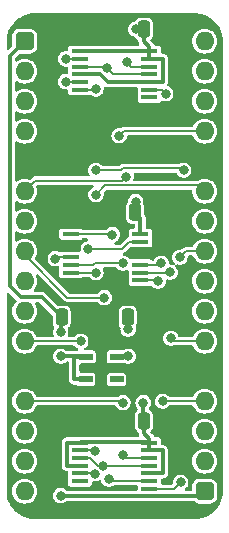
<source format=gbr>
%TF.GenerationSoftware,KiCad,Pcbnew,7.0.5*%
%TF.CreationDate,2024-01-22T11:39:12+02:00*%
%TF.ProjectId,Blank and Sync,426c616e-6b20-4616-9e64-2053796e632e,rev?*%
%TF.SameCoordinates,Original*%
%TF.FileFunction,Copper,L1,Top*%
%TF.FilePolarity,Positive*%
%FSLAX46Y46*%
G04 Gerber Fmt 4.6, Leading zero omitted, Abs format (unit mm)*
G04 Created by KiCad (PCBNEW 7.0.5) date 2024-01-22 11:39:12*
%MOMM*%
%LPD*%
G01*
G04 APERTURE LIST*
G04 Aperture macros list*
%AMRoundRect*
0 Rectangle with rounded corners*
0 $1 Rounding radius*
0 $2 $3 $4 $5 $6 $7 $8 $9 X,Y pos of 4 corners*
0 Add a 4 corners polygon primitive as box body*
4,1,4,$2,$3,$4,$5,$6,$7,$8,$9,$2,$3,0*
0 Add four circle primitives for the rounded corners*
1,1,$1+$1,$2,$3*
1,1,$1+$1,$4,$5*
1,1,$1+$1,$6,$7*
1,1,$1+$1,$8,$9*
0 Add four rect primitives between the rounded corners*
20,1,$1+$1,$2,$3,$4,$5,0*
20,1,$1+$1,$4,$5,$6,$7,0*
20,1,$1+$1,$6,$7,$8,$9,0*
20,1,$1+$1,$8,$9,$2,$3,0*%
G04 Aperture macros list end*
%TA.AperFunction,SMDPad,CuDef*%
%ADD10RoundRect,0.250000X-0.250000X-0.475000X0.250000X-0.475000X0.250000X0.475000X-0.250000X0.475000X0*%
%TD*%
%TA.AperFunction,SMDPad,CuDef*%
%ADD11RoundRect,0.250000X0.250000X0.475000X-0.250000X0.475000X-0.250000X-0.475000X0.250000X-0.475000X0*%
%TD*%
%TA.AperFunction,SMDPad,CuDef*%
%ADD12R,1.475000X0.450000*%
%TD*%
%TA.AperFunction,ComponentPad*%
%ADD13RoundRect,0.400000X-0.400000X-0.400000X0.400000X-0.400000X0.400000X0.400000X-0.400000X0.400000X0*%
%TD*%
%TA.AperFunction,ComponentPad*%
%ADD14O,1.600000X1.600000*%
%TD*%
%TA.AperFunction,ComponentPad*%
%ADD15R,1.600000X1.600000*%
%TD*%
%TA.AperFunction,SMDPad,CuDef*%
%ADD16R,1.150000X0.600000*%
%TD*%
%TA.AperFunction,ViaPad*%
%ADD17C,0.800000*%
%TD*%
%TA.AperFunction,Conductor*%
%ADD18C,0.380000*%
%TD*%
%TA.AperFunction,Conductor*%
%ADD19C,0.200000*%
%TD*%
G04 APERTURE END LIST*
D10*
%TO.P,C10,1*%
%TO.N,/3.3V*%
X123018000Y-76708000D03*
%TO.P,C10,2*%
%TO.N,/GND*%
X124918000Y-76708000D03*
%TD*%
D11*
%TO.P,C3,1*%
%TO.N,/3.3V*%
X124378000Y-85471000D03*
%TO.P,C3,2*%
%TO.N,/GND*%
X122478000Y-85471000D03*
%TD*%
D12*
%TO.P,IC1,1,~{1RD}*%
%TO.N,/3.3V*%
X118982000Y-54184000D03*
%TO.P,IC1,2,1D*%
%TO.N,/~{Front Porch Start} _{CMP}*%
X118982000Y-54834000D03*
%TO.P,IC1,3,1CP*%
%TO.N,/~{CLK}*%
X118982000Y-55484000D03*
%TO.P,IC1,4,~{1SD}*%
%TO.N,/3.3V*%
X118982000Y-56134000D03*
%TO.P,IC1,5,1Q*%
%TO.N,/~{Front Porch Start}*%
X118982000Y-56784000D03*
%TO.P,IC1,6,~{1Q}*%
%TO.N,/Last + 1*%
X118982000Y-57434000D03*
%TO.P,IC1,7,GND*%
%TO.N,/GND*%
X118982000Y-58084000D03*
%TO.P,IC1,8,~{2Q}*%
%TO.N,unconnected-(IC1-~{2Q}-Pad8)*%
X124858000Y-58084000D03*
%TO.P,IC1,9,2Q*%
%TO.N,/~{Sync Start}*%
X124858000Y-57434000D03*
%TO.P,IC1,10,~{2SD}*%
%TO.N,/3.3V*%
X124858000Y-56784000D03*
%TO.P,IC1,11,2CP*%
%TO.N,/~{CLK}*%
X124858000Y-56134000D03*
%TO.P,IC1,12,2D*%
%TO.N,/~{Sync Start} _{CMP}*%
X124858000Y-55484000D03*
%TO.P,IC1,13,~{2RD}*%
%TO.N,/3.3V*%
X124858000Y-54834000D03*
%TO.P,IC1,14,3V*%
X124858000Y-54184000D03*
%TD*%
D13*
%TO.P,J1,1,Pin_1*%
%TO.N,/5V*%
X114300000Y-53340000D03*
D14*
%TO.P,J1,2,Pin_2*%
%TO.N,unconnected-(J1-Pin_2-Pad2)*%
X114300000Y-55880000D03*
%TO.P,J1,3,Pin_3*%
%TO.N,unconnected-(J1-Pin_3-Pad3)*%
X114300000Y-58420000D03*
%TO.P,J1,4,Pin_4*%
%TO.N,/~{Front Porch Start} _{CMP}*%
X114300000Y-60960000D03*
D15*
%TO.P,J1,5,Pin_5*%
%TO.N,/GND*%
X114300000Y-63500000D03*
D14*
%TO.P,J1,6,Pin_6*%
%TO.N,/~{Sync Start} _{CMP}*%
X114300000Y-66040000D03*
%TO.P,J1,7,Pin_7*%
%TO.N,unconnected-(J1-Pin_7-Pad7)*%
X114300000Y-68580000D03*
%TO.P,J1,8,Pin_8*%
%TO.N,/~{CLK}*%
X114300000Y-71120000D03*
%TO.P,J1,9,Pin_9*%
%TO.N,unconnected-(J1-Pin_9-Pad9)*%
X114300000Y-73660000D03*
%TO.P,J1,10,Pin_10*%
%TO.N,unconnected-(J1-Pin_10-Pad10)*%
X114300000Y-76200000D03*
%TO.P,J1,11,Pin_11*%
%TO.N,/~{Back Porch Start} _{CMP}*%
X114300000Y-78740000D03*
D15*
%TO.P,J1,12,Pin_12*%
%TO.N,/GND*%
X114300000Y-81280000D03*
D14*
%TO.P,J1,13,Pin_13*%
%TO.N,/~{Back Porch End} _{CMP}*%
X114300000Y-83820000D03*
%TO.P,J1,14,Pin_14*%
%TO.N,unconnected-(J1-Pin_14-Pad14)*%
X114300000Y-86360000D03*
%TO.P,J1,15,Pin_15*%
%TO.N,unconnected-(J1-Pin_15-Pad15)*%
X114300000Y-88900000D03*
%TO.P,J1,16,Pin_16*%
%TO.N,unconnected-(J1-Pin_16-Pad16)*%
X114300000Y-91440000D03*
D13*
%TO.P,J1,17,Pin_17*%
%TO.N,/5V*%
X129540000Y-91440000D03*
D14*
%TO.P,J1,18,Pin_18*%
%TO.N,unconnected-(J1-Pin_18-Pad18)*%
X129540000Y-88900000D03*
%TO.P,J1,19,Pin_19*%
%TO.N,unconnected-(J1-Pin_19-Pad19)*%
X129540000Y-86360000D03*
%TO.P,J1,20,Pin_20*%
%TO.N,/~{Sync}*%
X129540000Y-83820000D03*
D15*
%TO.P,J1,21,Pin_21*%
%TO.N,/GND*%
X129540000Y-81280000D03*
D14*
%TO.P,J1,22,Pin_22*%
%TO.N,/Sync*%
X129540000Y-78740000D03*
%TO.P,J1,23,Pin_23*%
%TO.N,unconnected-(J1-Pin_23-Pad23)*%
X129540000Y-76200000D03*
%TO.P,J1,24,Pin_24*%
%TO.N,/Last + 1*%
X129540000Y-73660000D03*
%TO.P,J1,25,Pin_25*%
%TO.N,/First*%
X129540000Y-71120000D03*
%TO.P,J1,26,Pin_26*%
%TO.N,unconnected-(J1-Pin_26-Pad26)*%
X129540000Y-68580000D03*
%TO.P,J1,27,Pin_27*%
%TO.N,/~{Blank}*%
X129540000Y-66040000D03*
D15*
%TO.P,J1,28,Pin_28*%
%TO.N,/GND*%
X129540000Y-63500000D03*
D14*
%TO.P,J1,29,Pin_29*%
%TO.N,/Blank*%
X129540000Y-60960000D03*
%TO.P,J1,30,Pin_30*%
%TO.N,unconnected-(J1-Pin_30-Pad30)*%
X129540000Y-58420000D03*
%TO.P,J1,31,Pin_31*%
%TO.N,unconnected-(J1-Pin_31-Pad31)*%
X129540000Y-55880000D03*
%TO.P,J1,32,Pin_32*%
%TO.N,unconnected-(J1-Pin_32-Pad32)*%
X129540000Y-53340000D03*
%TD*%
D11*
%TO.P,C5,1*%
%TO.N,/3.3V*%
X124378000Y-52324000D03*
%TO.P,C5,2*%
%TO.N,/GND*%
X122478000Y-52324000D03*
%TD*%
D16*
%TO.P,IC4,1,VIN*%
%TO.N,/5V*%
X119477000Y-80076000D03*
%TO.P,IC4,2,GND*%
%TO.N,/GND*%
X119477000Y-81026000D03*
%TO.P,IC4,3,EN*%
%TO.N,/5V*%
X119477000Y-81976000D03*
%TO.P,IC4,4,ADJ*%
%TO.N,unconnected-(IC4-ADJ-Pad4)*%
X122077000Y-81976000D03*
%TO.P,IC4,5,VOUT*%
%TO.N,/3.3V*%
X122077000Y-80076000D03*
%TD*%
D12*
%TO.P,IC3,1,~{1RD}*%
%TO.N,/~{Back Porch End}*%
X118220000Y-69678000D03*
%TO.P,IC3,2,1D*%
%TO.N,/GND*%
X118220000Y-70328000D03*
%TO.P,IC3,3,1CP*%
X118220000Y-70978000D03*
%TO.P,IC3,4,~{1SD}*%
%TO.N,/~{Front Porch Start}*%
X118220000Y-71628000D03*
%TO.P,IC3,5,1Q*%
%TO.N,/Blank*%
X118220000Y-72278000D03*
%TO.P,IC3,6,~{1Q}*%
%TO.N,/~{Blank}*%
X118220000Y-72928000D03*
%TO.P,IC3,7,GND*%
%TO.N,/GND*%
X118220000Y-73578000D03*
%TO.P,IC3,8,~{2Q}*%
%TO.N,/~{Sync}*%
X124096000Y-73578000D03*
%TO.P,IC3,9,2Q*%
%TO.N,/Sync*%
X124096000Y-72928000D03*
%TO.P,IC3,10,~{2SD}*%
%TO.N,/~{Sync Start}*%
X124096000Y-72278000D03*
%TO.P,IC3,11,2CP*%
%TO.N,/GND*%
X124096000Y-71628000D03*
%TO.P,IC3,12,2D*%
X124096000Y-70978000D03*
%TO.P,IC3,13,~{2RD}*%
%TO.N,/~{Back Porch Start}*%
X124096000Y-70328000D03*
%TO.P,IC3,14,3V*%
%TO.N,/3.3V*%
X124096000Y-69678000D03*
%TD*%
D11*
%TO.P,C4,1*%
%TO.N,/3.3V*%
X123616000Y-67818000D03*
%TO.P,C4,2*%
%TO.N,/GND*%
X121716000Y-67818000D03*
%TD*%
D12*
%TO.P,IC2,1,~{1RD}*%
%TO.N,/3.3V*%
X118982000Y-87331000D03*
%TO.P,IC2,2,1D*%
%TO.N,/~{Back Porch Start} _{CMP}*%
X118982000Y-87981000D03*
%TO.P,IC2,3,1CP*%
%TO.N,/~{CLK}*%
X118982000Y-88631000D03*
%TO.P,IC2,4,~{1SD}*%
%TO.N,/3.3V*%
X118982000Y-89281000D03*
%TO.P,IC2,5,1Q*%
%TO.N,/~{Back Porch Start}*%
X118982000Y-89931000D03*
%TO.P,IC2,6,~{1Q}*%
%TO.N,unconnected-(IC2-~{1Q}-Pad6)*%
X118982000Y-90581000D03*
%TO.P,IC2,7,GND*%
%TO.N,/GND*%
X118982000Y-91231000D03*
%TO.P,IC2,8,~{2Q}*%
%TO.N,/First*%
X124858000Y-91231000D03*
%TO.P,IC2,9,2Q*%
%TO.N,/~{Back Porch End}*%
X124858000Y-90581000D03*
%TO.P,IC2,10,~{2SD}*%
%TO.N,/3.3V*%
X124858000Y-89931000D03*
%TO.P,IC2,11,2CP*%
%TO.N,/~{CLK}*%
X124858000Y-89281000D03*
%TO.P,IC2,12,2D*%
%TO.N,/~{Back Porch End} _{CMP}*%
X124858000Y-88631000D03*
%TO.P,IC2,13,~{2RD}*%
%TO.N,/3.3V*%
X124858000Y-87981000D03*
%TO.P,IC2,14,3V*%
X124858000Y-87331000D03*
%TD*%
D10*
%TO.P,C8,1*%
%TO.N,/5V*%
X117430000Y-76708000D03*
%TO.P,C8,2*%
%TO.N,/GND*%
X119330000Y-76708000D03*
%TD*%
D17*
%TO.N,/5V*%
X117348002Y-77977998D03*
X117348000Y-91821000D03*
X117348000Y-80010000D03*
%TO.N,/GND*%
X120461000Y-76708000D03*
X120396000Y-85471000D03*
X125349000Y-59563000D03*
X125095000Y-67056000D03*
X124968000Y-80899000D03*
X125349000Y-62992000D03*
X124968000Y-77724000D03*
X120396000Y-82804000D03*
X120585000Y-80856123D03*
%TO.N,/3.3V*%
X123698000Y-66929000D03*
X124333000Y-83947000D03*
X123063000Y-77724000D03*
X123063000Y-80010008D03*
X123698000Y-52323988D03*
%TO.N,/~{Front Porch Start} _{CMP}*%
X117757000Y-54834000D03*
%TO.N,/~{CLK}*%
X120965988Y-89281000D03*
X121031006Y-75057000D03*
X121285000Y-55626000D03*
%TO.N,/~{Front Porch Start}*%
X116868000Y-71752125D03*
X117757000Y-56769000D03*
%TO.N,/~{Sync Start}*%
X126238010Y-57785000D03*
X125857000Y-72136000D03*
%TO.N,/~{Sync Start} _{CMP}*%
X122936000Y-55118000D03*
X122893477Y-64815378D03*
%TO.N,/~{Back Porch Start} _{CMP}*%
X119045008Y-78740000D03*
X120265988Y-88067742D03*
%TO.N,/~{Back Porch Start}*%
X120237359Y-89965901D03*
X119683220Y-70915220D03*
%TO.N,/~{Back Porch End}*%
X121731006Y-69715915D03*
X121412000Y-90424000D03*
%TO.N,/~{Back Porch End} _{CMP}*%
X122620000Y-88392000D03*
X122620000Y-83947000D03*
%TO.N,/Blank*%
X122286065Y-61346974D03*
X122620000Y-72136000D03*
%TO.N,/~{Blank}*%
X120331006Y-72945927D03*
X120331006Y-66332091D03*
%TO.N,/~{Sync}*%
X125984000Y-83820000D03*
X125602997Y-73659997D03*
%TO.N,/Sync*%
X126681000Y-78486000D03*
X126619000Y-72898000D03*
%TO.N,/Last + 1*%
X127762000Y-64262000D03*
X120331006Y-57390692D03*
X120331006Y-64262000D03*
%TO.N,/First*%
X127508000Y-90678000D03*
X127443000Y-71628000D03*
%TD*%
D18*
%TO.N,/5V*%
X113967085Y-75010000D02*
X113030000Y-74072915D01*
X117430000Y-76708000D02*
X115732000Y-75010000D01*
X117348002Y-76789998D02*
X117348002Y-77977998D01*
X118522000Y-81976000D02*
X118512000Y-81966000D01*
X118522000Y-80076000D02*
X119477000Y-80076000D01*
X118512000Y-80086000D02*
X118522000Y-80076000D01*
X113030000Y-54610000D02*
X114300000Y-53340000D01*
X119477000Y-81976000D02*
X118522000Y-81976000D01*
X117348000Y-80010000D02*
X119411000Y-80010000D01*
X117373000Y-91846000D02*
X117348000Y-91821000D01*
X118512000Y-81966000D02*
X118512000Y-80086000D01*
X113030000Y-74072915D02*
X113030000Y-54610000D01*
X115732000Y-75010000D02*
X113967085Y-75010000D01*
X129134000Y-91846000D02*
X117373000Y-91846000D01*
%TO.N,/GND*%
X116078000Y-72528500D02*
X116078000Y-70077500D01*
X122478000Y-52324000D02*
X119126000Y-52324000D01*
X123370771Y-66139000D02*
X121716000Y-67793771D01*
X121387903Y-76708000D02*
X122502903Y-75593000D01*
X120415123Y-81026000D02*
X120585000Y-80856123D01*
X117889500Y-91231000D02*
X118982000Y-91231000D01*
X118337500Y-67818000D02*
X121716000Y-67818000D01*
X119126000Y-52324000D02*
X116967000Y-54483000D01*
X125095000Y-67056000D02*
X124178000Y-66139000D01*
X116078000Y-70077500D02*
X118337500Y-67818000D01*
X118895756Y-85471000D02*
X117274500Y-87092256D01*
X124968000Y-80899000D02*
X120627877Y-80899000D01*
X120442000Y-82504000D02*
X120442000Y-80999123D01*
X117274500Y-90616000D02*
X117889500Y-91231000D01*
X122502903Y-75593000D02*
X123803000Y-75593000D01*
X119330000Y-76708000D02*
X120461000Y-76708000D01*
X118982000Y-59038000D02*
X118982000Y-58084000D01*
X125349000Y-81280000D02*
X129540000Y-81280000D01*
X114300000Y-81280000D02*
X115570000Y-81280000D01*
X119507000Y-59563000D02*
X118982000Y-59038000D01*
X116205000Y-63500000D02*
X114300000Y-63500000D01*
X125349000Y-59563000D02*
X119507000Y-59563000D01*
X115570000Y-81280000D02*
X117094000Y-82804000D01*
X120461000Y-76708000D02*
X121387903Y-76708000D01*
X124178000Y-66139000D02*
X123370771Y-66139000D01*
X124096000Y-70978000D02*
X124096000Y-71628000D01*
X129032000Y-62992000D02*
X125349000Y-62992000D01*
X123803000Y-75593000D02*
X124918000Y-76708000D01*
X116967000Y-54483000D02*
X116967000Y-57857387D01*
X124918000Y-76708000D02*
X124918000Y-77674000D01*
X124918000Y-77674000D02*
X124968000Y-77724000D01*
X118220000Y-70328000D02*
X118220000Y-70978000D01*
X118220000Y-73578000D02*
X117127500Y-73578000D01*
X119477000Y-81026000D02*
X120415123Y-81026000D01*
X120396000Y-85471000D02*
X118895756Y-85471000D01*
X117193613Y-58084000D02*
X118982000Y-58084000D01*
X120142000Y-82804000D02*
X120396000Y-82804000D01*
X117274500Y-87092256D02*
X117274500Y-90616000D01*
X117094000Y-82804000D02*
X120142000Y-82804000D01*
X125349000Y-62992000D02*
X116713000Y-62992000D01*
X120627877Y-80899000D02*
X120585000Y-80856123D01*
X120442000Y-80999123D02*
X120585000Y-80856123D01*
X120396000Y-82550000D02*
X120442000Y-82504000D01*
X116713000Y-62992000D02*
X116205000Y-63500000D01*
X124968000Y-80899000D02*
X125349000Y-81280000D01*
X120396000Y-82804000D02*
X120396000Y-82550000D01*
X117127500Y-73578000D02*
X116078000Y-72528500D01*
X116967000Y-57857387D02*
X117193613Y-58084000D01*
X122478000Y-85471000D02*
X120396000Y-85471000D01*
%TO.N,/3.3V*%
X123698012Y-52324000D02*
X123698000Y-52323988D01*
X123698000Y-67736000D02*
X123698000Y-66929000D01*
X125985500Y-89921000D02*
X125975500Y-89931000D01*
X117854500Y-89271000D02*
X117864500Y-89281000D01*
X125985500Y-54844000D02*
X125975500Y-54834000D01*
X125985500Y-87991000D02*
X125985500Y-89921000D01*
X125975500Y-87981000D02*
X125985500Y-87991000D01*
X124096000Y-69678000D02*
X124096000Y-68298000D01*
X124858000Y-56784000D02*
X125975500Y-56784000D01*
X124858000Y-86981000D02*
X124858000Y-87331000D01*
X120675771Y-56134000D02*
X121325771Y-56784000D01*
X122077000Y-80076000D02*
X122997008Y-80076000D01*
X125975500Y-89931000D02*
X124858000Y-89931000D01*
X124804742Y-87277742D02*
X119035258Y-87277742D01*
X119035258Y-87277742D02*
X118982000Y-87331000D01*
X125975500Y-56784000D02*
X125985500Y-56774000D01*
X124858000Y-54184000D02*
X118982000Y-54184000D01*
X124858000Y-87331000D02*
X124804742Y-87277742D01*
X118982000Y-56134000D02*
X120675771Y-56134000D01*
X125985500Y-56774000D02*
X125985500Y-54844000D01*
X118982000Y-87331000D02*
X117856000Y-87331000D01*
X124378000Y-85471000D02*
X124378000Y-86501000D01*
X124378000Y-53354000D02*
X124858000Y-53834000D01*
X124858000Y-53834000D02*
X124858000Y-54184000D01*
X117864500Y-89281000D02*
X118982000Y-89281000D01*
X124378000Y-86501000D02*
X124858000Y-86981000D01*
X124333000Y-83947000D02*
X124333000Y-85426000D01*
X125975500Y-54834000D02*
X124858000Y-54834000D01*
X124858000Y-54184000D02*
X124858000Y-54834000D01*
X124378000Y-52324000D02*
X123698012Y-52324000D01*
X124378000Y-52324000D02*
X124378000Y-53354000D01*
X123018000Y-77679000D02*
X123063000Y-77724000D01*
X124858000Y-87981000D02*
X124858000Y-87331000D01*
X117854500Y-87332500D02*
X117854500Y-89271000D01*
X124096000Y-68298000D02*
X123616000Y-67818000D01*
X123018000Y-76708000D02*
X123018000Y-77679000D01*
X117856000Y-87331000D02*
X117854500Y-87332500D01*
X124858000Y-87981000D02*
X125975500Y-87981000D01*
X121325771Y-56784000D02*
X124858000Y-56784000D01*
X122997008Y-80076000D02*
X123063000Y-80010008D01*
D19*
%TO.N,/~{Front Porch Start} _{CMP}*%
X118982000Y-54834000D02*
X117757000Y-54834000D01*
%TO.N,/~{CLK}*%
X120474794Y-89281000D02*
X120965988Y-89281000D01*
X118982000Y-88631000D02*
X119824794Y-88631000D01*
X114300000Y-71443465D02*
X117913535Y-75057000D01*
X121793000Y-56134000D02*
X121285000Y-55626000D01*
X119824794Y-88631000D02*
X120474794Y-89281000D01*
X121143000Y-55484000D02*
X121285000Y-55626000D01*
X124858000Y-89281000D02*
X120965988Y-89281000D01*
X124858000Y-56134000D02*
X121793000Y-56134000D01*
X118982000Y-55484000D02*
X121143000Y-55484000D01*
X117913535Y-75057000D02*
X121031006Y-75057000D01*
%TO.N,/~{Front Porch Start}*%
X117772000Y-56784000D02*
X117757000Y-56769000D01*
X118220000Y-71628000D02*
X116992125Y-71628000D01*
X116992125Y-71628000D02*
X116868000Y-71752125D01*
X118982000Y-56784000D02*
X117772000Y-56784000D01*
%TO.N,/~{Sync Start}*%
X125715000Y-72278000D02*
X125857000Y-72136000D01*
X125887010Y-57434000D02*
X126238010Y-57785000D01*
X124858000Y-57434000D02*
X125887010Y-57434000D01*
X124096000Y-72278000D02*
X125715000Y-72278000D01*
%TO.N,/~{Sync Start} _{CMP}*%
X115204958Y-65135042D02*
X122573813Y-65135042D01*
X114300000Y-66040000D02*
X115204958Y-65135042D01*
X122573813Y-65135042D02*
X122893477Y-64815378D01*
X123302000Y-55484000D02*
X122936000Y-55118000D01*
X124858000Y-55484000D02*
X123302000Y-55484000D01*
%TO.N,/~{Back Porch Start} _{CMP}*%
X114300000Y-78740000D02*
X119045008Y-78740000D01*
X118982000Y-87981000D02*
X120179246Y-87981000D01*
X120179246Y-87981000D02*
X120265988Y-88067742D01*
%TO.N,/~{Back Porch Start}*%
X122571280Y-70915220D02*
X119683220Y-70915220D01*
X123158500Y-70328000D02*
X122571280Y-70915220D01*
X124096000Y-70328000D02*
X123158500Y-70328000D01*
X118982000Y-89931000D02*
X120202458Y-89931000D01*
X120202458Y-89931000D02*
X120237359Y-89965901D01*
%TO.N,/~{Back Porch End}*%
X118220000Y-69678000D02*
X121693091Y-69678000D01*
X121569000Y-90581000D02*
X121412000Y-90424000D01*
X121693091Y-69678000D02*
X121731006Y-69715915D01*
X124858000Y-90581000D02*
X121569000Y-90581000D01*
%TO.N,/~{Back Porch End} _{CMP}*%
X122859000Y-88631000D02*
X122620000Y-88392000D01*
X114300000Y-83820000D02*
X122493000Y-83820000D01*
X124858000Y-88631000D02*
X122859000Y-88631000D01*
X122493000Y-83820000D02*
X122620000Y-83947000D01*
%TO.N,/Blank*%
X120239304Y-72136000D02*
X122620000Y-72136000D01*
X129540000Y-60960000D02*
X122673039Y-60960000D01*
X120097304Y-72278000D02*
X120239304Y-72136000D01*
X118220000Y-72278000D02*
X120097304Y-72278000D01*
X122673039Y-60960000D02*
X122286065Y-61346974D01*
%TO.N,/~{Blank}*%
X120313079Y-72928000D02*
X120331006Y-72945927D01*
X118220000Y-72928000D02*
X120313079Y-72928000D01*
X129050000Y-65550000D02*
X121113097Y-65550000D01*
X121113097Y-65550000D02*
X120331006Y-66332091D01*
%TO.N,/~{Sync}*%
X125521000Y-73578000D02*
X125602997Y-73659997D01*
X125984000Y-83820000D02*
X129540000Y-83820000D01*
X124096000Y-73578000D02*
X125521000Y-73578000D01*
%TO.N,/Sync*%
X129540000Y-78740000D02*
X126935000Y-78740000D01*
X126935000Y-78740000D02*
X126681000Y-78486000D01*
X126589000Y-72928000D02*
X126619000Y-72898000D01*
X124096000Y-72928000D02*
X126589000Y-72928000D01*
%TO.N,/Last + 1*%
X122603527Y-64115378D02*
X122456905Y-64262000D01*
X127762000Y-64262000D02*
X127615378Y-64115378D01*
X122456905Y-64262000D02*
X120331006Y-64262000D01*
X127615378Y-64115378D02*
X122603527Y-64115378D01*
X120287698Y-57434000D02*
X120331006Y-57390692D01*
X118982000Y-57434000D02*
X120287698Y-57434000D01*
%TO.N,/First*%
X129540000Y-71120000D02*
X127951000Y-71120000D01*
X124858000Y-91231000D02*
X126955000Y-91231000D01*
X126955000Y-91231000D02*
X127508000Y-90678000D01*
X127951000Y-71120000D02*
X127443000Y-71628000D01*
%TD*%
%TA.AperFunction,Conductor*%
%TO.N,/GND*%
G36*
X128706138Y-50976880D02*
G01*
X128706155Y-50976881D01*
X128985390Y-50993767D01*
X128992823Y-50994671D01*
X129017541Y-50999200D01*
X129266153Y-51044757D01*
X129273415Y-51046548D01*
X129538710Y-51129215D01*
X129545716Y-51131872D01*
X129799109Y-51245911D01*
X129805740Y-51249391D01*
X130043553Y-51393152D01*
X130049700Y-51397395D01*
X130268452Y-51568773D01*
X130274049Y-51573733D01*
X130470543Y-51770224D01*
X130475510Y-51775829D01*
X130495331Y-51801129D01*
X130646879Y-51994564D01*
X130651136Y-52000731D01*
X130794893Y-52238532D01*
X130798375Y-52245167D01*
X130912419Y-52498557D01*
X130915072Y-52505551D01*
X130993900Y-52758518D01*
X130997742Y-52770847D01*
X130999535Y-52778123D01*
X131049624Y-53051448D01*
X131050527Y-53058887D01*
X131067386Y-53337568D01*
X131067499Y-53341313D01*
X131067499Y-91438138D01*
X131067386Y-91441883D01*
X131050494Y-91721108D01*
X131049591Y-91728547D01*
X130999504Y-92001864D01*
X130997711Y-92009140D01*
X130915044Y-92274428D01*
X130912386Y-92281435D01*
X130798348Y-92534815D01*
X130794865Y-92541451D01*
X130651111Y-92779246D01*
X130646854Y-92785413D01*
X130475489Y-93004143D01*
X130470519Y-93009752D01*
X130274032Y-93206237D01*
X130268423Y-93211206D01*
X130049687Y-93382573D01*
X130043520Y-93386830D01*
X129805730Y-93530576D01*
X129799095Y-93534058D01*
X129545708Y-93648095D01*
X129538702Y-93650752D01*
X129273405Y-93733419D01*
X129266129Y-93735213D01*
X128992820Y-93785295D01*
X128985381Y-93786199D01*
X128705610Y-93803119D01*
X128701867Y-93803232D01*
X115137604Y-93803232D01*
X115133861Y-93803119D01*
X114854615Y-93786232D01*
X114847175Y-93785328D01*
X114573860Y-93735245D01*
X114566584Y-93733451D01*
X114301288Y-93650784D01*
X114294282Y-93648127D01*
X114040890Y-93534087D01*
X114034255Y-93530605D01*
X113796457Y-93386854D01*
X113790295Y-93382601D01*
X113571549Y-93211227D01*
X113565950Y-93206266D01*
X113369456Y-93009775D01*
X113364490Y-93004171D01*
X113193120Y-92785435D01*
X113188863Y-92779268D01*
X113165633Y-92740842D01*
X113045096Y-92541451D01*
X113041632Y-92534851D01*
X112927577Y-92281432D01*
X112924930Y-92274455D01*
X112842254Y-92009140D01*
X112840463Y-92001873D01*
X112790375Y-91728551D01*
X112789471Y-91721112D01*
X112786027Y-91664182D01*
X112772613Y-91442411D01*
X112772540Y-91440000D01*
X113244417Y-91440000D01*
X113246632Y-91462497D01*
X113264699Y-91645932D01*
X113287505Y-91721112D01*
X113324768Y-91843954D01*
X113422315Y-92026450D01*
X113422317Y-92026452D01*
X113553589Y-92186410D01*
X113637811Y-92255528D01*
X113713550Y-92317685D01*
X113896046Y-92415232D01*
X114094066Y-92475300D01*
X114094065Y-92475300D01*
X114112529Y-92477118D01*
X114300000Y-92495583D01*
X114505934Y-92475300D01*
X114703954Y-92415232D01*
X114886450Y-92317685D01*
X115046410Y-92186410D01*
X115177685Y-92026450D01*
X115275232Y-91843954D01*
X115282195Y-91821000D01*
X116692721Y-91821000D01*
X116711762Y-91977818D01*
X116758251Y-92100398D01*
X116767780Y-92125523D01*
X116857517Y-92255530D01*
X116975760Y-92360283D01*
X116975762Y-92360284D01*
X117115634Y-92433696D01*
X117269014Y-92471500D01*
X117269015Y-92471500D01*
X117426985Y-92471500D01*
X117580365Y-92433696D01*
X117720238Y-92360284D01*
X117720237Y-92360284D01*
X117720240Y-92360283D01*
X117762528Y-92322820D01*
X117768326Y-92317684D01*
X117831559Y-92287963D01*
X117850552Y-92286500D01*
X128615192Y-92286500D01*
X128682231Y-92306185D01*
X128702874Y-92322820D01*
X128738129Y-92358076D01*
X128738133Y-92358079D01*
X128738135Y-92358081D01*
X128879602Y-92441744D01*
X128921224Y-92453836D01*
X129037426Y-92487597D01*
X129037429Y-92487597D01*
X129037431Y-92487598D01*
X129074306Y-92490500D01*
X129074314Y-92490500D01*
X130005686Y-92490500D01*
X130005694Y-92490500D01*
X130042569Y-92487598D01*
X130042571Y-92487597D01*
X130042573Y-92487597D01*
X130097978Y-92471500D01*
X130200398Y-92441744D01*
X130341865Y-92358081D01*
X130458081Y-92241865D01*
X130541744Y-92100398D01*
X130587598Y-91942569D01*
X130590500Y-91905694D01*
X130590500Y-90974306D01*
X130587598Y-90937431D01*
X130577809Y-90903739D01*
X130541745Y-90779606D01*
X130541744Y-90779603D01*
X130541744Y-90779602D01*
X130458081Y-90638135D01*
X130458079Y-90638133D01*
X130458076Y-90638129D01*
X130341870Y-90521923D01*
X130341862Y-90521917D01*
X130245229Y-90464769D01*
X130200398Y-90438256D01*
X130200397Y-90438255D01*
X130200396Y-90438255D01*
X130200393Y-90438254D01*
X130042573Y-90392402D01*
X130042567Y-90392401D01*
X130005701Y-90389500D01*
X130005694Y-90389500D01*
X129074306Y-90389500D01*
X129074298Y-90389500D01*
X129037432Y-90392401D01*
X129037426Y-90392402D01*
X128879606Y-90438254D01*
X128879603Y-90438255D01*
X128738137Y-90521917D01*
X128738129Y-90521923D01*
X128621923Y-90638129D01*
X128621917Y-90638137D01*
X128538255Y-90779603D01*
X128538254Y-90779606D01*
X128492402Y-90937426D01*
X128492401Y-90937432D01*
X128489500Y-90974298D01*
X128489500Y-91281500D01*
X128469815Y-91348539D01*
X128417011Y-91394294D01*
X128365500Y-91405500D01*
X127994748Y-91405500D01*
X127927709Y-91385815D01*
X127881954Y-91333011D01*
X127872010Y-91263853D01*
X127901035Y-91200297D01*
X127912522Y-91188684D01*
X127998482Y-91112531D01*
X128024733Y-91074500D01*
X128088220Y-90982523D01*
X128144237Y-90834818D01*
X128163278Y-90678000D01*
X128151209Y-90578597D01*
X128144237Y-90521181D01*
X128112787Y-90438255D01*
X128088220Y-90373477D01*
X127998483Y-90243470D01*
X127880240Y-90138717D01*
X127880238Y-90138716D01*
X127880237Y-90138715D01*
X127740365Y-90065303D01*
X127586986Y-90027500D01*
X127586985Y-90027500D01*
X127429015Y-90027500D01*
X127429014Y-90027500D01*
X127275634Y-90065303D01*
X127135762Y-90138715D01*
X127017516Y-90243471D01*
X126927781Y-90373475D01*
X126927780Y-90373476D01*
X126871763Y-90521181D01*
X126852722Y-90677999D01*
X126860439Y-90741553D01*
X126848979Y-90810477D01*
X126802075Y-90862263D01*
X126737343Y-90880500D01*
X125970000Y-90880500D01*
X125902961Y-90860815D01*
X125857206Y-90808011D01*
X125846000Y-90756500D01*
X125846000Y-90498453D01*
X125865685Y-90431414D01*
X125918489Y-90385659D01*
X125983885Y-90375233D01*
X125986732Y-90375553D01*
X125992156Y-90376165D01*
X125992156Y-90376164D01*
X125992157Y-90376165D01*
X126048204Y-90365559D01*
X126050471Y-90365175D01*
X126106806Y-90356685D01*
X126114777Y-90354226D01*
X126122627Y-90351479D01*
X126122627Y-90351478D01*
X126122631Y-90351478D01*
X126173029Y-90324840D01*
X126175075Y-90323808D01*
X126226446Y-90299070D01*
X126226448Y-90299067D01*
X126233304Y-90294393D01*
X126240028Y-90289430D01*
X126240032Y-90289429D01*
X126277036Y-90252423D01*
X126282186Y-90247821D01*
X126312057Y-90224001D01*
X126312288Y-90223661D01*
X126318523Y-90216437D01*
X126317993Y-90216014D01*
X126323780Y-90208755D01*
X126323787Y-90208750D01*
X126329997Y-90197992D01*
X126332457Y-90194079D01*
X126344177Y-90176888D01*
X126345502Y-90175020D01*
X126379352Y-90129157D01*
X126379353Y-90129153D01*
X126383243Y-90121794D01*
X126386856Y-90114289D01*
X126386860Y-90114285D01*
X126403661Y-90059811D01*
X126404385Y-90057614D01*
X126414923Y-90027500D01*
X126423210Y-90003819D01*
X126423210Y-90003812D01*
X126424755Y-89995650D01*
X126426000Y-89987394D01*
X126426000Y-89930403D01*
X126426042Y-89928121D01*
X126428175Y-89871123D01*
X126428174Y-89871122D01*
X126427135Y-89861894D01*
X126427988Y-89861797D01*
X126426000Y-89846682D01*
X126426000Y-89105932D01*
X126426000Y-88899999D01*
X128484417Y-88899999D01*
X128504699Y-89105932D01*
X128504700Y-89105934D01*
X128564768Y-89303954D01*
X128662315Y-89486450D01*
X128662317Y-89486452D01*
X128793589Y-89646410D01*
X128877813Y-89715530D01*
X128953550Y-89777685D01*
X129136046Y-89875232D01*
X129334066Y-89935300D01*
X129334065Y-89935300D01*
X129352529Y-89937118D01*
X129540000Y-89955583D01*
X129745934Y-89935300D01*
X129943954Y-89875232D01*
X130126450Y-89777685D01*
X130286410Y-89646410D01*
X130417685Y-89486450D01*
X130515232Y-89303954D01*
X130575300Y-89105934D01*
X130595583Y-88900000D01*
X130575300Y-88694066D01*
X130515232Y-88496046D01*
X130417685Y-88313550D01*
X130365702Y-88250209D01*
X130286410Y-88153589D01*
X130126452Y-88022317D01*
X130126453Y-88022317D01*
X130126450Y-88022315D01*
X129943954Y-87924768D01*
X129745934Y-87864700D01*
X129745932Y-87864699D01*
X129745934Y-87864699D01*
X129558463Y-87846235D01*
X129540000Y-87844417D01*
X129539999Y-87844417D01*
X129334067Y-87864699D01*
X129181684Y-87910924D01*
X129140408Y-87923445D01*
X129136043Y-87924769D01*
X129025897Y-87983643D01*
X128953550Y-88022315D01*
X128953548Y-88022316D01*
X128953547Y-88022317D01*
X128793589Y-88153589D01*
X128662317Y-88313547D01*
X128564769Y-88496043D01*
X128504699Y-88694067D01*
X128484417Y-88899999D01*
X126426000Y-88899999D01*
X126426000Y-88019209D01*
X126426387Y-88012307D01*
X126430665Y-87974343D01*
X126420064Y-87918321D01*
X126419677Y-87916042D01*
X126418905Y-87910922D01*
X126411185Y-87859694D01*
X126408738Y-87851763D01*
X126405977Y-87843872D01*
X126405977Y-87843869D01*
X126379348Y-87793485D01*
X126378324Y-87791457D01*
X126357225Y-87747644D01*
X126353568Y-87740049D01*
X126348908Y-87733215D01*
X126343930Y-87726470D01*
X126343929Y-87726468D01*
X126306934Y-87689473D01*
X126302306Y-87684294D01*
X126278500Y-87654442D01*
X126278499Y-87654441D01*
X126278151Y-87654204D01*
X126270924Y-87647989D01*
X126270513Y-87648505D01*
X126263246Y-87642710D01*
X126252503Y-87636506D01*
X126248585Y-87634045D01*
X126231399Y-87622329D01*
X126229503Y-87620984D01*
X126183656Y-87587147D01*
X126176294Y-87583256D01*
X126168784Y-87579639D01*
X126114318Y-87562839D01*
X126112115Y-87562114D01*
X126058319Y-87543289D01*
X126050140Y-87541741D01*
X126041899Y-87540500D01*
X126041895Y-87540500D01*
X125984903Y-87540500D01*
X125982626Y-87540457D01*
X125972846Y-87540091D01*
X125965356Y-87539811D01*
X125899101Y-87517630D01*
X125855356Y-87463149D01*
X125846000Y-87415898D01*
X125846000Y-87081323D01*
X125845999Y-87081321D01*
X125831467Y-87008264D01*
X125831466Y-87008260D01*
X125828300Y-87003522D01*
X125776101Y-86925399D01*
X125700234Y-86874707D01*
X125693239Y-86870033D01*
X125693235Y-86870032D01*
X125620177Y-86855500D01*
X125620174Y-86855500D01*
X125364627Y-86855500D01*
X125297588Y-86835815D01*
X125254998Y-86789443D01*
X125251854Y-86783495D01*
X125250808Y-86781424D01*
X125236612Y-86751946D01*
X125226070Y-86730054D01*
X125226068Y-86730052D01*
X125226067Y-86730049D01*
X125221403Y-86723207D01*
X125216428Y-86716467D01*
X125199502Y-86699541D01*
X125176121Y-86676160D01*
X125174539Y-86674517D01*
X125135750Y-86632713D01*
X125128482Y-86626917D01*
X125129017Y-86626245D01*
X125116926Y-86616965D01*
X124982207Y-86482246D01*
X124948722Y-86420923D01*
X124953079Y-86360000D01*
X128484417Y-86360000D01*
X128504699Y-86565932D01*
X128504700Y-86565934D01*
X128564768Y-86763954D01*
X128662315Y-86946450D01*
X128696969Y-86988677D01*
X128793589Y-87106410D01*
X128839692Y-87144245D01*
X128953550Y-87237685D01*
X129136046Y-87335232D01*
X129334066Y-87395300D01*
X129334065Y-87395300D01*
X129352529Y-87397118D01*
X129540000Y-87415583D01*
X129745934Y-87395300D01*
X129943954Y-87335232D01*
X130126450Y-87237685D01*
X130286410Y-87106410D01*
X130417685Y-86946450D01*
X130515232Y-86763954D01*
X130575300Y-86565934D01*
X130595583Y-86360000D01*
X130575300Y-86154066D01*
X130515232Y-85956046D01*
X130417685Y-85773550D01*
X130365702Y-85710209D01*
X130286410Y-85613589D01*
X130126452Y-85482317D01*
X130126453Y-85482317D01*
X130126450Y-85482315D01*
X129943954Y-85384768D01*
X129745934Y-85324700D01*
X129745932Y-85324699D01*
X129745934Y-85324699D01*
X129540000Y-85304417D01*
X129334067Y-85324699D01*
X129136043Y-85384769D01*
X129025897Y-85443643D01*
X128953550Y-85482315D01*
X128953548Y-85482316D01*
X128953547Y-85482317D01*
X128793589Y-85613589D01*
X128662317Y-85773547D01*
X128564769Y-85956043D01*
X128504699Y-86154067D01*
X128484417Y-86360000D01*
X124953079Y-86360000D01*
X124953706Y-86351231D01*
X124982216Y-86306875D01*
X124985542Y-86303548D01*
X124985546Y-86303546D01*
X125071796Y-86188331D01*
X125122091Y-86053483D01*
X125128500Y-85993873D01*
X125128499Y-84948128D01*
X125122091Y-84888517D01*
X125087297Y-84795230D01*
X125071797Y-84753671D01*
X125071793Y-84753664D01*
X124985547Y-84638455D01*
X124985544Y-84638452D01*
X124863231Y-84546888D01*
X124864235Y-84545545D01*
X124822165Y-84503473D01*
X124807315Y-84435199D01*
X124828946Y-84373614D01*
X124913220Y-84251523D01*
X124969237Y-84103818D01*
X124988278Y-83947000D01*
X124972858Y-83820000D01*
X125328721Y-83820000D01*
X125347762Y-83976818D01*
X125366389Y-84025932D01*
X125403780Y-84124523D01*
X125493517Y-84254530D01*
X125611760Y-84359283D01*
X125611762Y-84359284D01*
X125751634Y-84432696D01*
X125905014Y-84470500D01*
X125905015Y-84470500D01*
X126062985Y-84470500D01*
X126216365Y-84432696D01*
X126266372Y-84406450D01*
X126356240Y-84359283D01*
X126474483Y-84254530D01*
X126495513Y-84224061D01*
X126549795Y-84180070D01*
X126597564Y-84170500D01*
X128461873Y-84170500D01*
X128528912Y-84190185D01*
X128571231Y-84236046D01*
X128581110Y-84254528D01*
X128662315Y-84406450D01*
X128685909Y-84435199D01*
X128793589Y-84566410D01*
X128815373Y-84584287D01*
X128953550Y-84697685D01*
X129136046Y-84795232D01*
X129334066Y-84855300D01*
X129334065Y-84855300D01*
X129354347Y-84857297D01*
X129540000Y-84875583D01*
X129745934Y-84855300D01*
X129943954Y-84795232D01*
X130126450Y-84697685D01*
X130286410Y-84566410D01*
X130417685Y-84406450D01*
X130515232Y-84223954D01*
X130575300Y-84025934D01*
X130595583Y-83820000D01*
X130575300Y-83614066D01*
X130515232Y-83416046D01*
X130417685Y-83233550D01*
X130365121Y-83169500D01*
X130286410Y-83073589D01*
X130126452Y-82942317D01*
X130126453Y-82942317D01*
X130126450Y-82942315D01*
X129943954Y-82844768D01*
X129745934Y-82784700D01*
X129745932Y-82784699D01*
X129745934Y-82784699D01*
X129558463Y-82766235D01*
X129540000Y-82764417D01*
X129539999Y-82764417D01*
X129334067Y-82784699D01*
X129136043Y-82844769D01*
X129025897Y-82903643D01*
X128953550Y-82942315D01*
X128953548Y-82942316D01*
X128953547Y-82942317D01*
X128793589Y-83073589D01*
X128683855Y-83207303D01*
X128662315Y-83233550D01*
X128628667Y-83296500D01*
X128571231Y-83403954D01*
X128522268Y-83453798D01*
X128461873Y-83469500D01*
X126597564Y-83469500D01*
X126530525Y-83449815D01*
X126495513Y-83415938D01*
X126474484Y-83385471D01*
X126474483Y-83385470D01*
X126356240Y-83280717D01*
X126356238Y-83280716D01*
X126356237Y-83280715D01*
X126216365Y-83207303D01*
X126062986Y-83169500D01*
X126062985Y-83169500D01*
X125905015Y-83169500D01*
X125905014Y-83169500D01*
X125751634Y-83207303D01*
X125611762Y-83280715D01*
X125493516Y-83385471D01*
X125403781Y-83515475D01*
X125403780Y-83515476D01*
X125347762Y-83663181D01*
X125328721Y-83819999D01*
X125328721Y-83820000D01*
X124972858Y-83820000D01*
X124972858Y-83819999D01*
X124969237Y-83790181D01*
X124921072Y-83663182D01*
X124913220Y-83642477D01*
X124823483Y-83512470D01*
X124705240Y-83407717D01*
X124705238Y-83407716D01*
X124705237Y-83407715D01*
X124565365Y-83334303D01*
X124411986Y-83296500D01*
X124411985Y-83296500D01*
X124254015Y-83296500D01*
X124254014Y-83296500D01*
X124100634Y-83334303D01*
X123960762Y-83407715D01*
X123842516Y-83512471D01*
X123752781Y-83642475D01*
X123752780Y-83642476D01*
X123696762Y-83790181D01*
X123677721Y-83946999D01*
X123677721Y-83947000D01*
X123696762Y-84103818D01*
X123742324Y-84223954D01*
X123752780Y-84251523D01*
X123842517Y-84381530D01*
X123850726Y-84388803D01*
X123887853Y-84447992D01*
X123892499Y-84481618D01*
X123892499Y-84485021D01*
X123872814Y-84552060D01*
X123842811Y-84584287D01*
X123770452Y-84638455D01*
X123684206Y-84753664D01*
X123684202Y-84753671D01*
X123633908Y-84888517D01*
X123627501Y-84948116D01*
X123627501Y-84948123D01*
X123627500Y-84948135D01*
X123627500Y-85993870D01*
X123627501Y-85993876D01*
X123633908Y-86053483D01*
X123684202Y-86188328D01*
X123684206Y-86188335D01*
X123770452Y-86303544D01*
X123770455Y-86303547D01*
X123885589Y-86389737D01*
X123927460Y-86445671D01*
X123934499Y-86502883D01*
X123932834Y-86517656D01*
X123938728Y-86548805D01*
X123943438Y-86573698D01*
X123943821Y-86575952D01*
X123951401Y-86626245D01*
X123952315Y-86632305D01*
X123954781Y-86640301D01*
X123957520Y-86648128D01*
X123961312Y-86655302D01*
X123975233Y-86723770D01*
X123949928Y-86788896D01*
X123893430Y-86830003D01*
X123851681Y-86837242D01*
X119063485Y-86837242D01*
X119056546Y-86836852D01*
X119042283Y-86835245D01*
X119018600Y-86832576D01*
X118962605Y-86843172D01*
X118960320Y-86843560D01*
X118914173Y-86850516D01*
X118903952Y-86852057D01*
X118903951Y-86852057D01*
X118894765Y-86853442D01*
X118894609Y-86852409D01*
X118874100Y-86855500D01*
X118219823Y-86855500D01*
X118146759Y-86870033D01*
X118135476Y-86874707D01*
X118134973Y-86873494D01*
X118080731Y-86890480D01*
X118078515Y-86890500D01*
X117911530Y-86890500D01*
X117897056Y-86888869D01*
X117897049Y-86888965D01*
X117887778Y-86888269D01*
X117883256Y-86888608D01*
X117860126Y-86888175D01*
X117839344Y-86885834D01*
X117839343Y-86885834D01*
X117797986Y-86893659D01*
X117789689Y-86895229D01*
X117782795Y-86896137D01*
X117755374Y-86898192D01*
X117747016Y-86900099D01*
X117731229Y-86904329D01*
X117724695Y-86905314D01*
X117716749Y-86907765D01*
X117708871Y-86910522D01*
X117708869Y-86910522D01*
X117708869Y-86910523D01*
X117668423Y-86931897D01*
X117662107Y-86934795D01*
X117631761Y-86946706D01*
X117630850Y-86947232D01*
X117608538Y-86961252D01*
X117605055Y-86962929D01*
X117598182Y-86967615D01*
X117591465Y-86972573D01*
X117562975Y-87001062D01*
X117557789Y-87005695D01*
X117527948Y-87029493D01*
X117527941Y-87029501D01*
X117526566Y-87031518D01*
X117508468Y-87052548D01*
X117507716Y-87053245D01*
X117507710Y-87053252D01*
X117490035Y-87083865D01*
X117486226Y-87089683D01*
X117460649Y-87124341D01*
X117456753Y-87131712D01*
X117453136Y-87139223D01*
X117451587Y-87144245D01*
X117443132Y-87163624D01*
X117441316Y-87168252D01*
X117434652Y-87197448D01*
X117432727Y-87204131D01*
X117416789Y-87249681D01*
X117415244Y-87257845D01*
X117414000Y-87266105D01*
X117414000Y-87273967D01*
X117412369Y-87288439D01*
X117412464Y-87288447D01*
X117411769Y-87297712D01*
X117413658Y-87322921D01*
X117413788Y-87329875D01*
X117411824Y-87382375D01*
X117412865Y-87391611D01*
X117412008Y-87391707D01*
X117414000Y-87406820D01*
X117414000Y-89242771D01*
X117413610Y-89249719D01*
X117409334Y-89287656D01*
X117412419Y-89303956D01*
X117419938Y-89343698D01*
X117420321Y-89345952D01*
X117428815Y-89402305D01*
X117431281Y-89410301D01*
X117434021Y-89418130D01*
X117460645Y-89468504D01*
X117461690Y-89470574D01*
X117486430Y-89521948D01*
X117491086Y-89528778D01*
X117496068Y-89535527D01*
X117496071Y-89535532D01*
X117496075Y-89535536D01*
X117533055Y-89572516D01*
X117537691Y-89577704D01*
X117561498Y-89607556D01*
X117561847Y-89607794D01*
X117569074Y-89614008D01*
X117569485Y-89613494D01*
X117576748Y-89619285D01*
X117576750Y-89619287D01*
X117585706Y-89624458D01*
X117587486Y-89625486D01*
X117591410Y-89627951D01*
X117608602Y-89639671D01*
X117610495Y-89641015D01*
X117624275Y-89651185D01*
X117656343Y-89674852D01*
X117656348Y-89674853D01*
X117663716Y-89678748D01*
X117671213Y-89682359D01*
X117671215Y-89682360D01*
X117725706Y-89699167D01*
X117727868Y-89699879D01*
X117781681Y-89718710D01*
X117781686Y-89718710D01*
X117789856Y-89720256D01*
X117798104Y-89721499D01*
X117798105Y-89721500D01*
X117855095Y-89721500D01*
X117857378Y-89721542D01*
X117874635Y-89722188D01*
X117940892Y-89744365D01*
X117984640Y-89798843D01*
X117993999Y-89846101D01*
X117993999Y-90180673D01*
X118004171Y-90231810D01*
X118004171Y-90280190D01*
X117993999Y-90331326D01*
X117994000Y-90830676D01*
X117994000Y-90830678D01*
X118008532Y-90903735D01*
X118008533Y-90903739D01*
X118008534Y-90903740D01*
X118063899Y-90986601D01*
X118137900Y-91036046D01*
X118146760Y-91041966D01*
X118146764Y-91041967D01*
X118219821Y-91056499D01*
X118219824Y-91056500D01*
X118219826Y-91056500D01*
X119744176Y-91056500D01*
X119744177Y-91056499D01*
X119817240Y-91041966D01*
X119900101Y-90986601D01*
X119955466Y-90903740D01*
X119970000Y-90830674D01*
X119970000Y-90728244D01*
X119989685Y-90661206D01*
X120042489Y-90615451D01*
X120111647Y-90605507D01*
X120123658Y-90607844D01*
X120158374Y-90616401D01*
X120158376Y-90616401D01*
X120316344Y-90616401D01*
X120469724Y-90578597D01*
X120600323Y-90510052D01*
X120668828Y-90496327D01*
X120733882Y-90521819D01*
X120773889Y-90575878D01*
X120797498Y-90638129D01*
X120831780Y-90728523D01*
X120921517Y-90858530D01*
X121039760Y-90963283D01*
X121039762Y-90963284D01*
X121179634Y-91036696D01*
X121333014Y-91074500D01*
X121333015Y-91074500D01*
X121490985Y-91074500D01*
X121644365Y-91036696D01*
X121784238Y-90963284D01*
X121784240Y-90963283D01*
X121784920Y-90962681D01*
X121785523Y-90962397D01*
X121790412Y-90959023D01*
X121790973Y-90959836D01*
X121848154Y-90932963D01*
X121867143Y-90931500D01*
X123746000Y-90931500D01*
X123813039Y-90951185D01*
X123858794Y-91003989D01*
X123870000Y-91055500D01*
X123870000Y-91281500D01*
X123850315Y-91348539D01*
X123797511Y-91394294D01*
X123746000Y-91405500D01*
X117906991Y-91405500D01*
X117839952Y-91385815D01*
X117824765Y-91374316D01*
X117720240Y-91281717D01*
X117720238Y-91281715D01*
X117580365Y-91208303D01*
X117426986Y-91170500D01*
X117426985Y-91170500D01*
X117269015Y-91170500D01*
X117269014Y-91170500D01*
X117115634Y-91208303D01*
X116975762Y-91281715D01*
X116857516Y-91386471D01*
X116767781Y-91516475D01*
X116767780Y-91516476D01*
X116711762Y-91664181D01*
X116692721Y-91820999D01*
X116692721Y-91821000D01*
X115282195Y-91821000D01*
X115335300Y-91645934D01*
X115355583Y-91440000D01*
X115335300Y-91234066D01*
X115275232Y-91036046D01*
X115177685Y-90853550D01*
X115085772Y-90741553D01*
X115046410Y-90693589D01*
X114906290Y-90578597D01*
X114886450Y-90562315D01*
X114703954Y-90464768D01*
X114505934Y-90404700D01*
X114505932Y-90404699D01*
X114505934Y-90404699D01*
X114312610Y-90385659D01*
X114300000Y-90384417D01*
X114299999Y-90384417D01*
X114094067Y-90404699D01*
X113896043Y-90464769D01*
X113811324Y-90510053D01*
X113713550Y-90562315D01*
X113713548Y-90562316D01*
X113713547Y-90562317D01*
X113553589Y-90693589D01*
X113422317Y-90853547D01*
X113422315Y-90853550D01*
X113419653Y-90858530D01*
X113324769Y-91036043D01*
X113264699Y-91234067D01*
X113248767Y-91395830D01*
X113244417Y-91440000D01*
X112772540Y-91440000D01*
X112772500Y-91438667D01*
X112772500Y-88900000D01*
X113244417Y-88900000D01*
X113264699Y-89105932D01*
X113264700Y-89105934D01*
X113324768Y-89303954D01*
X113422315Y-89486450D01*
X113422317Y-89486452D01*
X113553589Y-89646410D01*
X113637813Y-89715530D01*
X113713550Y-89777685D01*
X113896046Y-89875232D01*
X114094066Y-89935300D01*
X114094065Y-89935300D01*
X114112529Y-89937118D01*
X114300000Y-89955583D01*
X114505934Y-89935300D01*
X114703954Y-89875232D01*
X114886450Y-89777685D01*
X115046410Y-89646410D01*
X115177685Y-89486450D01*
X115275232Y-89303954D01*
X115335300Y-89105934D01*
X115355583Y-88900000D01*
X115335300Y-88694066D01*
X115275232Y-88496046D01*
X115177685Y-88313550D01*
X115125702Y-88250209D01*
X115046410Y-88153589D01*
X114886452Y-88022317D01*
X114886453Y-88022317D01*
X114886450Y-88022315D01*
X114703954Y-87924768D01*
X114505934Y-87864700D01*
X114505932Y-87864699D01*
X114505934Y-87864699D01*
X114300000Y-87844417D01*
X114094067Y-87864699D01*
X113941684Y-87910924D01*
X113900408Y-87923445D01*
X113896043Y-87924769D01*
X113785897Y-87983643D01*
X113713550Y-88022315D01*
X113713548Y-88022316D01*
X113713547Y-88022317D01*
X113553589Y-88153589D01*
X113422317Y-88313547D01*
X113324769Y-88496043D01*
X113264699Y-88694067D01*
X113244417Y-88900000D01*
X112772500Y-88900000D01*
X112772500Y-86359999D01*
X113244417Y-86359999D01*
X113264699Y-86565932D01*
X113264700Y-86565934D01*
X113324768Y-86763954D01*
X113422315Y-86946450D01*
X113456969Y-86988677D01*
X113553589Y-87106410D01*
X113599692Y-87144245D01*
X113713550Y-87237685D01*
X113896046Y-87335232D01*
X114094066Y-87395300D01*
X114094065Y-87395300D01*
X114114347Y-87397297D01*
X114300000Y-87415583D01*
X114505934Y-87395300D01*
X114703954Y-87335232D01*
X114886450Y-87237685D01*
X115046410Y-87106410D01*
X115177685Y-86946450D01*
X115275232Y-86763954D01*
X115335300Y-86565934D01*
X115355583Y-86360000D01*
X115335300Y-86154066D01*
X115275232Y-85956046D01*
X115177685Y-85773550D01*
X115125702Y-85710209D01*
X115046410Y-85613589D01*
X114886452Y-85482317D01*
X114886453Y-85482317D01*
X114886450Y-85482315D01*
X114703954Y-85384768D01*
X114505934Y-85324700D01*
X114505932Y-85324699D01*
X114505934Y-85324699D01*
X114300000Y-85304417D01*
X114094067Y-85324699D01*
X113896043Y-85384769D01*
X113785897Y-85443643D01*
X113713550Y-85482315D01*
X113713548Y-85482316D01*
X113713547Y-85482317D01*
X113553589Y-85613589D01*
X113422317Y-85773547D01*
X113324769Y-85956043D01*
X113264699Y-86154067D01*
X113244417Y-86359999D01*
X112772500Y-86359999D01*
X112772500Y-83820000D01*
X113244417Y-83820000D01*
X113264699Y-84025932D01*
X113294606Y-84124523D01*
X113324768Y-84223954D01*
X113422315Y-84406450D01*
X113445909Y-84435199D01*
X113553589Y-84566410D01*
X113575373Y-84584287D01*
X113713550Y-84697685D01*
X113896046Y-84795232D01*
X114094066Y-84855300D01*
X114094065Y-84855300D01*
X114112529Y-84857118D01*
X114300000Y-84875583D01*
X114505934Y-84855300D01*
X114703954Y-84795232D01*
X114886450Y-84697685D01*
X115046410Y-84566410D01*
X115177685Y-84406450D01*
X115258890Y-84254528D01*
X115268769Y-84236046D01*
X115317732Y-84186202D01*
X115378127Y-84170500D01*
X121923461Y-84170500D01*
X121990500Y-84190185D01*
X122036255Y-84242989D01*
X122039401Y-84250525D01*
X122039777Y-84251518D01*
X122039779Y-84251521D01*
X122039780Y-84251523D01*
X122129517Y-84381530D01*
X122247760Y-84486283D01*
X122247762Y-84486284D01*
X122387634Y-84559696D01*
X122541014Y-84597500D01*
X122541015Y-84597500D01*
X122698985Y-84597500D01*
X122852365Y-84559696D01*
X122879327Y-84545545D01*
X122992240Y-84486283D01*
X123110483Y-84381530D01*
X123200220Y-84251523D01*
X123256237Y-84103818D01*
X123275278Y-83947000D01*
X123259858Y-83819999D01*
X123256237Y-83790181D01*
X123208072Y-83663182D01*
X123200220Y-83642477D01*
X123110483Y-83512470D01*
X122992240Y-83407717D01*
X122992238Y-83407716D01*
X122992237Y-83407715D01*
X122852365Y-83334303D01*
X122698986Y-83296500D01*
X122698985Y-83296500D01*
X122541015Y-83296500D01*
X122541014Y-83296500D01*
X122387634Y-83334303D01*
X122247762Y-83407715D01*
X122213221Y-83438316D01*
X122149987Y-83468037D01*
X122130994Y-83469500D01*
X115378127Y-83469500D01*
X115311088Y-83449815D01*
X115268769Y-83403954D01*
X115249879Y-83368615D01*
X115177685Y-83233550D01*
X115125121Y-83169500D01*
X115046410Y-83073589D01*
X114886452Y-82942317D01*
X114886453Y-82942317D01*
X114886450Y-82942315D01*
X114703954Y-82844768D01*
X114505934Y-82784700D01*
X114505932Y-82784699D01*
X114505934Y-82784699D01*
X114300000Y-82764417D01*
X114094067Y-82784699D01*
X113896043Y-82844769D01*
X113785897Y-82903643D01*
X113713550Y-82942315D01*
X113713548Y-82942316D01*
X113713547Y-82942317D01*
X113553589Y-83073589D01*
X113443855Y-83207303D01*
X113422315Y-83233550D01*
X113388667Y-83296500D01*
X113324769Y-83416043D01*
X113264699Y-83614067D01*
X113244417Y-83820000D01*
X112772500Y-83820000D01*
X112772500Y-74737738D01*
X112792185Y-74670699D01*
X112844989Y-74624944D01*
X112914147Y-74615000D01*
X112977703Y-74644025D01*
X112984181Y-74650057D01*
X113585440Y-75251316D01*
X113618925Y-75312639D01*
X113613941Y-75382331D01*
X113576424Y-75434850D01*
X113553590Y-75453589D01*
X113422317Y-75613547D01*
X113422315Y-75613550D01*
X113392304Y-75669696D01*
X113324769Y-75796043D01*
X113264699Y-75994067D01*
X113244417Y-76200000D01*
X113264699Y-76405932D01*
X113264700Y-76405934D01*
X113324768Y-76603954D01*
X113422315Y-76786450D01*
X113422317Y-76786452D01*
X113553589Y-76946410D01*
X113650209Y-77025702D01*
X113713550Y-77077685D01*
X113896046Y-77175232D01*
X114094066Y-77235300D01*
X114094065Y-77235300D01*
X114112529Y-77237118D01*
X114300000Y-77255583D01*
X114505934Y-77235300D01*
X114703954Y-77175232D01*
X114886450Y-77077685D01*
X115046410Y-76946410D01*
X115177685Y-76786450D01*
X115275232Y-76603954D01*
X115335300Y-76405934D01*
X115355583Y-76200000D01*
X115335300Y-75994066D01*
X115275232Y-75796046D01*
X115188055Y-75632951D01*
X115173814Y-75564551D01*
X115198814Y-75499307D01*
X115255118Y-75457936D01*
X115297414Y-75450500D01*
X115498177Y-75450500D01*
X115565216Y-75470185D01*
X115585858Y-75486819D01*
X116643181Y-76544142D01*
X116676666Y-76605465D01*
X116679500Y-76631823D01*
X116679500Y-77230870D01*
X116679501Y-77230876D01*
X116685908Y-77290483D01*
X116736202Y-77425328D01*
X116736203Y-77425330D01*
X116736204Y-77425331D01*
X116780246Y-77484164D01*
X116788315Y-77494942D01*
X116812732Y-77560406D01*
X116797881Y-77628679D01*
X116791100Y-77639690D01*
X116767784Y-77673471D01*
X116767782Y-77673474D01*
X116711764Y-77821179D01*
X116692724Y-77977997D01*
X116692724Y-77977998D01*
X116711764Y-78134816D01*
X116744651Y-78221529D01*
X116750018Y-78291192D01*
X116716871Y-78352698D01*
X116655733Y-78386520D01*
X116628709Y-78389500D01*
X115378127Y-78389500D01*
X115311088Y-78369815D01*
X115268769Y-78323954D01*
X115246622Y-78282521D01*
X115177685Y-78153550D01*
X115125121Y-78089500D01*
X115046410Y-77993589D01*
X114886452Y-77862317D01*
X114886453Y-77862317D01*
X114886450Y-77862315D01*
X114703954Y-77764768D01*
X114505934Y-77704700D01*
X114505932Y-77704699D01*
X114505934Y-77704699D01*
X114300000Y-77684417D01*
X114094067Y-77704699D01*
X113896043Y-77764769D01*
X113790509Y-77821179D01*
X113713550Y-77862315D01*
X113713548Y-77862316D01*
X113713547Y-77862317D01*
X113553589Y-77993589D01*
X113422317Y-78153547D01*
X113422315Y-78153550D01*
X113385979Y-78221529D01*
X113324769Y-78336043D01*
X113264699Y-78534067D01*
X113244417Y-78739999D01*
X113264699Y-78945932D01*
X113264700Y-78945934D01*
X113324768Y-79143954D01*
X113422315Y-79326450D01*
X113449438Y-79359500D01*
X113553589Y-79486410D01*
X113650209Y-79565702D01*
X113713550Y-79617685D01*
X113896046Y-79715232D01*
X114094066Y-79775300D01*
X114094065Y-79775300D01*
X114112529Y-79777118D01*
X114300000Y-79795583D01*
X114505934Y-79775300D01*
X114703954Y-79715232D01*
X114886450Y-79617685D01*
X115046410Y-79486410D01*
X115177685Y-79326450D01*
X115268768Y-79156046D01*
X115317732Y-79106202D01*
X115378127Y-79090500D01*
X118431444Y-79090500D01*
X118498483Y-79110185D01*
X118533495Y-79144062D01*
X118554523Y-79174528D01*
X118554524Y-79174529D01*
X118554525Y-79174530D01*
X118672768Y-79279283D01*
X118780215Y-79335676D01*
X118830425Y-79384259D01*
X118846400Y-79452278D01*
X118823065Y-79518136D01*
X118793043Y-79547510D01*
X118793001Y-79547539D01*
X118726649Y-79569432D01*
X118722545Y-79569500D01*
X117878771Y-79569500D01*
X117811732Y-79549815D01*
X117796544Y-79538316D01*
X117720240Y-79470717D01*
X117720238Y-79470716D01*
X117720237Y-79470715D01*
X117580365Y-79397303D01*
X117426986Y-79359500D01*
X117426985Y-79359500D01*
X117269015Y-79359500D01*
X117269014Y-79359500D01*
X117115634Y-79397303D01*
X116975762Y-79470715D01*
X116857516Y-79575471D01*
X116767781Y-79705475D01*
X116767780Y-79705476D01*
X116711762Y-79853181D01*
X116692721Y-80009999D01*
X116692721Y-80010000D01*
X116711762Y-80166818D01*
X116767780Y-80314523D01*
X116857517Y-80444530D01*
X116975760Y-80549283D01*
X116975762Y-80549284D01*
X117115634Y-80622696D01*
X117269014Y-80660500D01*
X117269015Y-80660500D01*
X117426985Y-80660500D01*
X117580365Y-80622696D01*
X117601123Y-80611801D01*
X117720240Y-80549283D01*
X117796544Y-80481683D01*
X117859778Y-80451963D01*
X117878771Y-80450500D01*
X117947500Y-80450500D01*
X118014539Y-80470185D01*
X118060294Y-80522989D01*
X118071500Y-80574500D01*
X118071499Y-81937766D01*
X118071109Y-81944712D01*
X118066834Y-81982657D01*
X118073269Y-82016661D01*
X118077438Y-82038698D01*
X118077821Y-82040952D01*
X118086315Y-82097305D01*
X118088781Y-82105301D01*
X118091521Y-82113130D01*
X118118145Y-82163504D01*
X118119190Y-82165574D01*
X118143930Y-82216948D01*
X118148586Y-82223778D01*
X118153568Y-82230527D01*
X118153571Y-82230532D01*
X118153575Y-82230536D01*
X118190555Y-82267516D01*
X118195191Y-82272704D01*
X118218998Y-82302556D01*
X118219347Y-82302794D01*
X118226574Y-82309008D01*
X118226985Y-82308494D01*
X118234248Y-82314285D01*
X118234250Y-82314287D01*
X118243206Y-82319458D01*
X118244986Y-82320486D01*
X118248910Y-82322951D01*
X118266102Y-82334671D01*
X118267995Y-82336015D01*
X118290551Y-82352662D01*
X118313843Y-82369852D01*
X118313848Y-82369853D01*
X118321216Y-82373748D01*
X118328713Y-82377359D01*
X118328715Y-82377360D01*
X118383206Y-82394167D01*
X118385368Y-82394879D01*
X118439181Y-82413710D01*
X118439186Y-82413710D01*
X118447356Y-82415256D01*
X118455604Y-82416499D01*
X118455605Y-82416500D01*
X118512596Y-82416500D01*
X118514877Y-82416542D01*
X118571877Y-82418675D01*
X118581110Y-82417635D01*
X118581206Y-82418489D01*
X118596320Y-82416500D01*
X118629935Y-82416500D01*
X118696974Y-82436185D01*
X118717613Y-82452815D01*
X118721397Y-82456599D01*
X118721398Y-82456599D01*
X118721399Y-82456601D01*
X118804260Y-82511966D01*
X118804264Y-82511967D01*
X118877321Y-82526499D01*
X118877324Y-82526500D01*
X118877326Y-82526500D01*
X120076676Y-82526500D01*
X120076677Y-82526499D01*
X120149740Y-82511966D01*
X120232601Y-82456601D01*
X120287966Y-82373740D01*
X120302499Y-82300678D01*
X121251500Y-82300678D01*
X121266032Y-82373735D01*
X121266033Y-82373739D01*
X121279673Y-82394153D01*
X121321399Y-82456601D01*
X121404260Y-82511966D01*
X121404264Y-82511967D01*
X121477321Y-82526499D01*
X121477324Y-82526500D01*
X121477326Y-82526500D01*
X122676676Y-82526500D01*
X122676677Y-82526499D01*
X122749740Y-82511966D01*
X122832601Y-82456601D01*
X122887966Y-82373740D01*
X122902500Y-82300674D01*
X122902500Y-81651326D01*
X122902500Y-81651323D01*
X122902499Y-81651321D01*
X122887967Y-81578264D01*
X122887966Y-81578260D01*
X122887965Y-81578259D01*
X122832601Y-81495399D01*
X122749740Y-81440034D01*
X122749739Y-81440033D01*
X122749735Y-81440032D01*
X122676677Y-81425500D01*
X122676674Y-81425500D01*
X121477326Y-81425500D01*
X121477323Y-81425500D01*
X121404264Y-81440032D01*
X121404260Y-81440033D01*
X121321399Y-81495399D01*
X121266033Y-81578260D01*
X121266032Y-81578264D01*
X121251500Y-81651321D01*
X121251500Y-82300678D01*
X120302499Y-82300678D01*
X120302500Y-82300674D01*
X120302500Y-81651326D01*
X120302500Y-81651325D01*
X120302500Y-81651323D01*
X120302499Y-81651321D01*
X120287967Y-81578264D01*
X120287966Y-81578260D01*
X120287965Y-81578259D01*
X120232601Y-81495399D01*
X120149740Y-81440034D01*
X120149739Y-81440033D01*
X120149735Y-81440032D01*
X120076677Y-81425500D01*
X120076674Y-81425500D01*
X119076500Y-81425500D01*
X119009461Y-81405815D01*
X118963706Y-81353011D01*
X118952500Y-81301500D01*
X118952500Y-80750500D01*
X118972185Y-80683461D01*
X119024989Y-80637706D01*
X119076500Y-80626500D01*
X120076676Y-80626500D01*
X120076677Y-80626499D01*
X120149740Y-80611966D01*
X120232601Y-80556601D01*
X120287966Y-80473740D01*
X120302499Y-80400678D01*
X121251500Y-80400678D01*
X121266032Y-80473735D01*
X121266033Y-80473739D01*
X121266034Y-80473740D01*
X121321399Y-80556601D01*
X121377671Y-80594200D01*
X121404260Y-80611966D01*
X121404264Y-80611967D01*
X121477321Y-80626499D01*
X121477324Y-80626500D01*
X121477326Y-80626500D01*
X122676675Y-80626500D01*
X122695757Y-80622704D01*
X122749740Y-80611966D01*
X122749741Y-80611964D01*
X122750565Y-80611801D01*
X122820156Y-80618027D01*
X122829133Y-80622134D01*
X122830634Y-80622704D01*
X122984014Y-80660508D01*
X122984015Y-80660508D01*
X123141985Y-80660508D01*
X123295365Y-80622704D01*
X123349674Y-80594200D01*
X123435240Y-80549291D01*
X123553483Y-80444538D01*
X123643220Y-80314531D01*
X123699237Y-80166826D01*
X123718278Y-80010008D01*
X123699237Y-79853190D01*
X123643220Y-79705485D01*
X123553483Y-79575478D01*
X123435240Y-79470725D01*
X123435238Y-79470724D01*
X123435237Y-79470723D01*
X123295365Y-79397311D01*
X123141986Y-79359508D01*
X123141985Y-79359508D01*
X122984015Y-79359508D01*
X122984014Y-79359508D01*
X122830634Y-79397311D01*
X122690761Y-79470723D01*
X122690759Y-79470725D01*
X122664130Y-79494316D01*
X122600896Y-79524037D01*
X122581904Y-79525500D01*
X121477323Y-79525500D01*
X121404264Y-79540032D01*
X121404260Y-79540033D01*
X121321399Y-79595399D01*
X121266033Y-79678260D01*
X121266032Y-79678264D01*
X121251500Y-79751321D01*
X121251500Y-80400678D01*
X120302499Y-80400678D01*
X120302500Y-80400674D01*
X120302500Y-79751326D01*
X120302500Y-79751325D01*
X120302500Y-79751323D01*
X120302499Y-79751321D01*
X120287967Y-79678264D01*
X120287966Y-79678260D01*
X120287965Y-79678259D01*
X120232601Y-79595399D01*
X120164379Y-79549815D01*
X120149739Y-79540033D01*
X120149735Y-79540032D01*
X120076677Y-79525500D01*
X120076674Y-79525500D01*
X119451209Y-79525500D01*
X119384170Y-79505815D01*
X119338415Y-79453011D01*
X119328471Y-79383853D01*
X119357496Y-79320297D01*
X119393583Y-79291704D01*
X119404490Y-79285978D01*
X119417248Y-79279283D01*
X119535491Y-79174530D01*
X119625228Y-79044523D01*
X119681245Y-78896818D01*
X119700286Y-78740000D01*
X119681245Y-78583182D01*
X119644389Y-78486000D01*
X126025721Y-78486000D01*
X126044762Y-78642818D01*
X126081619Y-78740000D01*
X126100780Y-78790523D01*
X126190517Y-78920530D01*
X126308760Y-79025283D01*
X126308762Y-79025284D01*
X126448634Y-79098696D01*
X126602014Y-79136500D01*
X126602015Y-79136500D01*
X126759985Y-79136500D01*
X126913365Y-79098696D01*
X126913373Y-79098691D01*
X126913728Y-79098558D01*
X126914485Y-79098419D01*
X126920649Y-79096900D01*
X126920740Y-79097272D01*
X126957699Y-79090500D01*
X128461873Y-79090500D01*
X128528912Y-79110185D01*
X128571231Y-79156046D01*
X128662315Y-79326450D01*
X128689438Y-79359500D01*
X128793589Y-79486410D01*
X128890209Y-79565702D01*
X128953550Y-79617685D01*
X129136046Y-79715232D01*
X129334066Y-79775300D01*
X129334065Y-79775300D01*
X129354347Y-79777297D01*
X129540000Y-79795583D01*
X129745934Y-79775300D01*
X129943954Y-79715232D01*
X130126450Y-79617685D01*
X130286410Y-79486410D01*
X130417685Y-79326450D01*
X130515232Y-79143954D01*
X130575300Y-78945934D01*
X130595583Y-78740000D01*
X130575300Y-78534066D01*
X130515232Y-78336046D01*
X130417685Y-78153550D01*
X130365121Y-78089500D01*
X130286410Y-77993589D01*
X130126452Y-77862317D01*
X130126453Y-77862317D01*
X130126450Y-77862315D01*
X129943954Y-77764768D01*
X129745934Y-77704700D01*
X129745932Y-77704699D01*
X129745934Y-77704699D01*
X129558463Y-77686235D01*
X129540000Y-77684417D01*
X129539999Y-77684417D01*
X129334067Y-77704699D01*
X129136043Y-77764769D01*
X129030509Y-77821179D01*
X128953550Y-77862315D01*
X128953548Y-77862316D01*
X128953547Y-77862317D01*
X128793589Y-77993589D01*
X128662317Y-78153547D01*
X128662315Y-78153550D01*
X128625979Y-78221529D01*
X128571231Y-78323954D01*
X128522268Y-78373798D01*
X128461873Y-78389500D01*
X127425704Y-78389500D01*
X127358665Y-78369815D01*
X127312910Y-78317011D01*
X127309762Y-78309471D01*
X127286393Y-78247853D01*
X127261220Y-78181477D01*
X127171483Y-78051470D01*
X127053240Y-77946717D01*
X127053238Y-77946716D01*
X127053237Y-77946715D01*
X126913365Y-77873303D01*
X126759986Y-77835500D01*
X126759985Y-77835500D01*
X126602015Y-77835500D01*
X126602014Y-77835500D01*
X126448634Y-77873303D01*
X126308762Y-77946715D01*
X126190516Y-78051471D01*
X126100781Y-78181475D01*
X126100780Y-78181476D01*
X126044762Y-78329181D01*
X126025721Y-78485999D01*
X126025721Y-78486000D01*
X119644389Y-78486000D01*
X119625228Y-78435477D01*
X119535491Y-78305470D01*
X119417248Y-78200717D01*
X119417246Y-78200716D01*
X119417245Y-78200715D01*
X119277373Y-78127303D01*
X119123994Y-78089500D01*
X119123993Y-78089500D01*
X118966023Y-78089500D01*
X118966022Y-78089500D01*
X118812642Y-78127303D01*
X118672770Y-78200715D01*
X118554523Y-78305471D01*
X118533495Y-78335938D01*
X118479213Y-78379930D01*
X118431444Y-78389500D01*
X118067295Y-78389500D01*
X118000256Y-78369815D01*
X117954501Y-78317011D01*
X117944557Y-78247853D01*
X117951353Y-78221529D01*
X117984239Y-78134816D01*
X118003280Y-77977998D01*
X118003280Y-77977997D01*
X117984239Y-77821180D01*
X117962845Y-77764769D01*
X117946234Y-77720970D01*
X117940868Y-77651311D01*
X117974015Y-77589804D01*
X117987861Y-77577740D01*
X118037546Y-77540546D01*
X118123796Y-77425331D01*
X118174091Y-77290483D01*
X118180500Y-77230873D01*
X118180500Y-77230870D01*
X122267500Y-77230870D01*
X122267501Y-77230876D01*
X122273908Y-77290483D01*
X122324202Y-77425328D01*
X122324206Y-77425335D01*
X122397440Y-77523162D01*
X122421858Y-77588626D01*
X122421270Y-77612419D01*
X122407722Y-77723999D01*
X122407721Y-77724000D01*
X122426762Y-77880818D01*
X122482780Y-78028523D01*
X122572517Y-78158530D01*
X122690760Y-78263283D01*
X122690762Y-78263284D01*
X122830634Y-78336696D01*
X122984014Y-78374500D01*
X122984015Y-78374500D01*
X123141985Y-78374500D01*
X123295365Y-78336696D01*
X123296809Y-78335938D01*
X123435240Y-78263283D01*
X123553483Y-78158530D01*
X123643220Y-78028523D01*
X123699237Y-77880818D01*
X123718278Y-77724000D01*
X123715934Y-77704699D01*
X123708041Y-77639690D01*
X123699237Y-77567182D01*
X123699236Y-77567180D01*
X123699236Y-77567178D01*
X123691920Y-77547888D01*
X123686553Y-77478225D01*
X123708597Y-77429604D01*
X123711793Y-77425335D01*
X123711796Y-77425331D01*
X123762091Y-77290483D01*
X123768500Y-77230873D01*
X123768499Y-76199999D01*
X128484417Y-76199999D01*
X128504699Y-76405932D01*
X128504700Y-76405934D01*
X128564768Y-76603954D01*
X128662315Y-76786450D01*
X128662317Y-76786452D01*
X128793589Y-76946410D01*
X128890209Y-77025702D01*
X128953550Y-77077685D01*
X129136046Y-77175232D01*
X129334066Y-77235300D01*
X129334065Y-77235300D01*
X129354348Y-77237297D01*
X129540000Y-77255583D01*
X129745934Y-77235300D01*
X129943954Y-77175232D01*
X130126450Y-77077685D01*
X130286410Y-76946410D01*
X130417685Y-76786450D01*
X130515232Y-76603954D01*
X130575300Y-76405934D01*
X130595583Y-76200000D01*
X130575300Y-75994066D01*
X130515232Y-75796046D01*
X130417685Y-75613550D01*
X130323929Y-75499307D01*
X130286410Y-75453589D01*
X130145612Y-75338041D01*
X130126450Y-75322315D01*
X129943954Y-75224768D01*
X129745934Y-75164700D01*
X129745932Y-75164699D01*
X129745934Y-75164699D01*
X129540000Y-75144417D01*
X129334067Y-75164699D01*
X129136043Y-75224769D01*
X129051341Y-75270044D01*
X128953550Y-75322315D01*
X128953548Y-75322316D01*
X128953547Y-75322317D01*
X128793589Y-75453589D01*
X128662317Y-75613547D01*
X128662315Y-75613550D01*
X128632304Y-75669696D01*
X128564769Y-75796043D01*
X128504699Y-75994067D01*
X128484417Y-76199999D01*
X123768499Y-76199999D01*
X123768499Y-76185128D01*
X123762091Y-76125517D01*
X123713063Y-75994067D01*
X123711797Y-75990671D01*
X123711793Y-75990664D01*
X123625547Y-75875455D01*
X123625544Y-75875452D01*
X123510335Y-75789206D01*
X123510328Y-75789202D01*
X123375486Y-75738910D01*
X123375485Y-75738909D01*
X123375483Y-75738909D01*
X123315873Y-75732500D01*
X123315863Y-75732500D01*
X122720129Y-75732500D01*
X122720123Y-75732501D01*
X122660516Y-75738908D01*
X122525671Y-75789202D01*
X122525664Y-75789206D01*
X122410455Y-75875452D01*
X122410452Y-75875455D01*
X122324206Y-75990664D01*
X122324202Y-75990671D01*
X122273908Y-76125517D01*
X122267501Y-76185116D01*
X122267501Y-76185123D01*
X122267500Y-76185135D01*
X122267500Y-77230870D01*
X118180500Y-77230870D01*
X118180499Y-76185128D01*
X118174091Y-76125517D01*
X118125063Y-75994067D01*
X118123797Y-75990671D01*
X118123793Y-75990664D01*
X118037547Y-75875455D01*
X118037544Y-75875452D01*
X117922335Y-75789206D01*
X117922328Y-75789202D01*
X117787486Y-75738910D01*
X117787485Y-75738909D01*
X117787483Y-75738909D01*
X117727873Y-75732500D01*
X117727864Y-75732500D01*
X117128823Y-75732500D01*
X117061784Y-75712815D01*
X117041142Y-75696181D01*
X116063443Y-74718482D01*
X116058806Y-74713294D01*
X116045756Y-74696930D01*
X116035001Y-74683443D01*
X116035000Y-74683442D01*
X116034999Y-74683441D01*
X115987893Y-74651324D01*
X115986003Y-74649983D01*
X115948723Y-74622470D01*
X115940157Y-74616148D01*
X115940155Y-74616147D01*
X115932794Y-74612256D01*
X115925284Y-74608639D01*
X115870818Y-74591839D01*
X115868615Y-74591114D01*
X115814819Y-74572289D01*
X115806640Y-74570741D01*
X115798399Y-74569500D01*
X115798395Y-74569500D01*
X115741404Y-74569500D01*
X115739122Y-74569457D01*
X115715061Y-74568557D01*
X115682122Y-74567324D01*
X115672890Y-74568365D01*
X115672793Y-74567510D01*
X115657680Y-74569500D01*
X115174742Y-74569500D01*
X115107703Y-74549815D01*
X115061948Y-74497011D01*
X115052004Y-74427853D01*
X115078888Y-74366836D01*
X115125123Y-74310497D01*
X115177685Y-74246450D01*
X115275232Y-74063954D01*
X115335300Y-73865934D01*
X115355583Y-73660000D01*
X115335300Y-73454066D01*
X115275232Y-73256046D01*
X115275230Y-73256043D01*
X115275228Y-73256035D01*
X115272900Y-73250414D01*
X115274942Y-73249568D01*
X115262719Y-73190892D01*
X115287712Y-73125646D01*
X115344013Y-73084269D01*
X115413746Y-73079900D01*
X115474001Y-73113148D01*
X117630897Y-75270044D01*
X117647021Y-75289899D01*
X117652098Y-75297669D01*
X117678043Y-75317862D01*
X117683795Y-75322942D01*
X117686228Y-75325375D01*
X117702970Y-75337328D01*
X117704969Y-75338819D01*
X117744410Y-75369518D01*
X117750856Y-75373006D01*
X117757466Y-75376237D01*
X117757469Y-75376239D01*
X117805355Y-75390494D01*
X117807737Y-75391257D01*
X117855047Y-75407500D01*
X117855051Y-75407500D01*
X117862295Y-75408709D01*
X117869581Y-75409617D01*
X117919485Y-75407552D01*
X117922046Y-75407500D01*
X120417442Y-75407500D01*
X120484481Y-75427185D01*
X120519493Y-75461062D01*
X120540521Y-75491528D01*
X120540522Y-75491529D01*
X120540523Y-75491530D01*
X120658766Y-75596283D01*
X120658768Y-75596284D01*
X120798640Y-75669696D01*
X120952020Y-75707500D01*
X120952021Y-75707500D01*
X121109991Y-75707500D01*
X121263371Y-75669696D01*
X121333376Y-75632954D01*
X121403246Y-75596283D01*
X121521489Y-75491530D01*
X121611226Y-75361523D01*
X121667243Y-75213818D01*
X121686284Y-75057000D01*
X121667243Y-74900182D01*
X121611226Y-74752477D01*
X121521489Y-74622470D01*
X121403246Y-74517717D01*
X121403244Y-74517716D01*
X121403243Y-74517715D01*
X121263371Y-74444303D01*
X121109992Y-74406500D01*
X121109991Y-74406500D01*
X120952021Y-74406500D01*
X120952020Y-74406500D01*
X120798640Y-74444303D01*
X120658768Y-74517715D01*
X120540521Y-74622471D01*
X120525645Y-74644025D01*
X120521533Y-74649983D01*
X120519493Y-74652938D01*
X120465211Y-74696930D01*
X120417442Y-74706500D01*
X118110079Y-74706500D01*
X118043040Y-74686815D01*
X118022398Y-74670181D01*
X115201256Y-71849039D01*
X115167771Y-71787716D01*
X115170316Y-71752125D01*
X116212721Y-71752125D01*
X116231762Y-71908943D01*
X116265417Y-71997682D01*
X116287780Y-72056648D01*
X116377517Y-72186655D01*
X116495760Y-72291408D01*
X116495762Y-72291409D01*
X116635634Y-72364821D01*
X116789014Y-72402625D01*
X116789015Y-72402625D01*
X116946985Y-72402625D01*
X117078325Y-72370253D01*
X117148127Y-72373322D01*
X117205190Y-72413642D01*
X117231395Y-72478412D01*
X117232000Y-72490650D01*
X117232000Y-72527673D01*
X117242171Y-72578810D01*
X117242171Y-72627190D01*
X117232000Y-72678326D01*
X117232000Y-73177678D01*
X117246532Y-73250735D01*
X117246533Y-73250739D01*
X117246534Y-73250740D01*
X117301899Y-73333601D01*
X117372022Y-73380455D01*
X117384760Y-73388966D01*
X117384764Y-73388967D01*
X117457821Y-73403499D01*
X117457824Y-73403500D01*
X117457826Y-73403500D01*
X118982176Y-73403500D01*
X118982177Y-73403499D01*
X119055240Y-73388966D01*
X119138101Y-73333601D01*
X119138105Y-73333594D01*
X119146734Y-73324967D01*
X119147509Y-73325742D01*
X119191704Y-73288805D01*
X119241197Y-73278500D01*
X119705067Y-73278500D01*
X119772106Y-73298185D01*
X119807116Y-73332059D01*
X119840523Y-73380457D01*
X119958766Y-73485210D01*
X119958768Y-73485211D01*
X120098640Y-73558623D01*
X120252020Y-73596427D01*
X120252021Y-73596427D01*
X120409991Y-73596427D01*
X120563371Y-73558623D01*
X120563370Y-73558622D01*
X120703246Y-73485210D01*
X120821489Y-73380457D01*
X120911226Y-73250450D01*
X120967243Y-73102745D01*
X120986284Y-72945927D01*
X120982357Y-72913589D01*
X120967243Y-72789109D01*
X120951916Y-72748696D01*
X120916180Y-72654468D01*
X120910814Y-72584808D01*
X120943961Y-72523302D01*
X121005099Y-72489481D01*
X121032123Y-72486500D01*
X122006436Y-72486500D01*
X122073475Y-72506185D01*
X122108487Y-72540062D01*
X122129515Y-72570528D01*
X122129516Y-72570529D01*
X122129517Y-72570530D01*
X122247760Y-72675283D01*
X122247762Y-72675284D01*
X122387634Y-72748696D01*
X122541014Y-72786500D01*
X122541015Y-72786500D01*
X122698985Y-72786500D01*
X122852365Y-72748696D01*
X122926374Y-72709853D01*
X122994882Y-72696127D01*
X123059935Y-72721619D01*
X123100880Y-72778235D01*
X123108000Y-72819649D01*
X123108000Y-73177673D01*
X123118171Y-73228809D01*
X123118171Y-73277188D01*
X123108000Y-73328325D01*
X123108000Y-73827678D01*
X123122532Y-73900735D01*
X123122533Y-73900739D01*
X123122534Y-73900740D01*
X123177899Y-73983601D01*
X123233258Y-74020590D01*
X123260760Y-74038966D01*
X123260764Y-74038967D01*
X123333821Y-74053499D01*
X123333824Y-74053500D01*
X123333826Y-74053500D01*
X124858176Y-74053500D01*
X124858177Y-74053499D01*
X124931240Y-74038966D01*
X124931244Y-74038963D01*
X124942521Y-74034293D01*
X124943427Y-74036480D01*
X124994159Y-74020590D01*
X125061541Y-74039068D01*
X125098434Y-74074129D01*
X125112514Y-74094527D01*
X125230757Y-74199280D01*
X125230759Y-74199281D01*
X125370631Y-74272693D01*
X125524011Y-74310497D01*
X125524012Y-74310497D01*
X125681982Y-74310497D01*
X125835362Y-74272693D01*
X125885363Y-74246450D01*
X125975237Y-74199280D01*
X126093480Y-74094527D01*
X126183217Y-73964520D01*
X126239234Y-73816815D01*
X126258275Y-73660000D01*
X128484417Y-73660000D01*
X128504699Y-73865932D01*
X128515258Y-73900739D01*
X128564768Y-74063954D01*
X128662315Y-74246450D01*
X128662317Y-74246452D01*
X128793589Y-74406410D01*
X128839763Y-74444303D01*
X128953550Y-74537685D01*
X129136046Y-74635232D01*
X129334066Y-74695300D01*
X129334065Y-74695300D01*
X129350615Y-74696930D01*
X129540000Y-74715583D01*
X129745934Y-74695300D01*
X129943954Y-74635232D01*
X130126450Y-74537685D01*
X130286410Y-74406410D01*
X130417685Y-74246450D01*
X130515232Y-74063954D01*
X130575300Y-73865934D01*
X130595583Y-73660000D01*
X130575300Y-73454066D01*
X130515232Y-73256046D01*
X130417685Y-73073550D01*
X130365702Y-73010209D01*
X130286410Y-72913589D01*
X130166835Y-72815458D01*
X130126450Y-72782315D01*
X129943954Y-72684768D01*
X129745934Y-72624700D01*
X129745932Y-72624699D01*
X129745934Y-72624699D01*
X129558463Y-72606235D01*
X129540000Y-72604417D01*
X129539999Y-72604417D01*
X129334067Y-72624699D01*
X129136043Y-72684769D01*
X129070873Y-72719604D01*
X128953550Y-72782315D01*
X128953548Y-72782316D01*
X128953547Y-72782317D01*
X128793589Y-72913589D01*
X128662317Y-73073547D01*
X128564769Y-73256043D01*
X128504699Y-73454067D01*
X128484417Y-73660000D01*
X126258275Y-73660000D01*
X126258275Y-73659997D01*
X126257280Y-73651810D01*
X126268742Y-73582887D01*
X126315646Y-73531101D01*
X126383101Y-73512894D01*
X126410046Y-73516466D01*
X126540015Y-73548500D01*
X126697985Y-73548500D01*
X126851365Y-73510696D01*
X126899924Y-73485210D01*
X126991240Y-73437283D01*
X127109483Y-73332530D01*
X127199220Y-73202523D01*
X127255237Y-73054818D01*
X127274278Y-72898000D01*
X127260232Y-72782315D01*
X127255237Y-72741181D01*
X127230245Y-72675283D01*
X127199220Y-72593477D01*
X127143626Y-72512934D01*
X127109482Y-72463468D01*
X127098674Y-72453894D01*
X127061547Y-72394705D01*
X127062313Y-72324840D01*
X127100730Y-72266480D01*
X127164601Y-72238154D01*
X127210575Y-72240681D01*
X127210634Y-72240695D01*
X127210635Y-72240696D01*
X127364015Y-72278500D01*
X127521985Y-72278500D01*
X127675365Y-72240696D01*
X127760803Y-72195854D01*
X127815240Y-72167283D01*
X127933483Y-72062530D01*
X128023220Y-71932523D01*
X128079237Y-71784818D01*
X128098278Y-71628000D01*
X128096025Y-71609446D01*
X128107485Y-71540524D01*
X128154389Y-71488737D01*
X128219121Y-71470500D01*
X128461873Y-71470500D01*
X128528912Y-71490185D01*
X128571231Y-71536046D01*
X128596902Y-71584073D01*
X128662315Y-71706450D01*
X128683232Y-71731938D01*
X128793589Y-71866410D01*
X128880405Y-71937657D01*
X128953550Y-71997685D01*
X129136046Y-72095232D01*
X129334066Y-72155300D01*
X129334065Y-72155300D01*
X129354347Y-72157297D01*
X129540000Y-72175583D01*
X129745934Y-72155300D01*
X129943954Y-72095232D01*
X130126450Y-71997685D01*
X130286410Y-71866410D01*
X130417685Y-71706450D01*
X130515232Y-71523954D01*
X130575300Y-71325934D01*
X130595583Y-71120000D01*
X130575300Y-70914066D01*
X130515232Y-70716046D01*
X130417685Y-70533550D01*
X130347089Y-70447528D01*
X130286410Y-70373589D01*
X130126452Y-70242317D01*
X130126453Y-70242317D01*
X130126450Y-70242315D01*
X129943954Y-70144768D01*
X129745934Y-70084700D01*
X129745932Y-70084699D01*
X129745934Y-70084699D01*
X129540000Y-70064417D01*
X129334067Y-70084699D01*
X129136043Y-70144769D01*
X129070873Y-70179604D01*
X128953550Y-70242315D01*
X128953548Y-70242316D01*
X128953547Y-70242317D01*
X128793589Y-70373589D01*
X128662317Y-70533547D01*
X128571231Y-70703954D01*
X128522268Y-70753798D01*
X128461873Y-70769500D01*
X128000206Y-70769500D01*
X127974761Y-70766861D01*
X127965685Y-70764958D01*
X127965682Y-70764958D01*
X127933068Y-70769023D01*
X127925392Y-70769500D01*
X127921960Y-70769500D01*
X127901716Y-70772877D01*
X127899193Y-70773245D01*
X127849606Y-70779426D01*
X127842575Y-70781519D01*
X127835618Y-70783907D01*
X127791687Y-70807682D01*
X127789411Y-70808853D01*
X127744513Y-70830803D01*
X127738566Y-70835048D01*
X127732739Y-70839584D01*
X127698913Y-70876329D01*
X127697139Y-70878177D01*
X127632274Y-70943042D01*
X127570951Y-70976527D01*
X127529721Y-70976004D01*
X127529430Y-70978404D01*
X127521985Y-70977500D01*
X127364015Y-70977500D01*
X127364014Y-70977500D01*
X127210634Y-71015303D01*
X127070762Y-71088715D01*
X126952516Y-71193471D01*
X126862781Y-71323475D01*
X126862780Y-71323476D01*
X126806762Y-71471181D01*
X126787721Y-71627999D01*
X126787721Y-71628000D01*
X126806762Y-71784818D01*
X126862780Y-71932523D01*
X126862781Y-71932524D01*
X126952515Y-72062528D01*
X126952516Y-72062529D01*
X126952517Y-72062530D01*
X126963326Y-72072106D01*
X127000452Y-72131293D01*
X126999686Y-72201159D01*
X126961269Y-72259519D01*
X126897399Y-72287845D01*
X126851425Y-72285318D01*
X126697986Y-72247500D01*
X126697985Y-72247500D01*
X126635671Y-72247500D01*
X126568632Y-72227815D01*
X126522877Y-72175011D01*
X126512575Y-72138446D01*
X126493237Y-71979181D01*
X126456014Y-71881033D01*
X126437220Y-71831477D01*
X126347483Y-71701470D01*
X126229240Y-71596717D01*
X126229238Y-71596716D01*
X126229237Y-71596715D01*
X126089365Y-71523303D01*
X125935986Y-71485500D01*
X125935985Y-71485500D01*
X125778015Y-71485500D01*
X125778014Y-71485500D01*
X125624634Y-71523303D01*
X125484762Y-71596715D01*
X125366516Y-71701471D01*
X125276781Y-71831475D01*
X125276780Y-71831476D01*
X125270713Y-71847474D01*
X125228534Y-71903175D01*
X125162936Y-71927231D01*
X125154772Y-71927500D01*
X125117197Y-71927500D01*
X125050158Y-71907815D01*
X125022813Y-71880953D01*
X125022734Y-71881033D01*
X125014103Y-71872402D01*
X125014101Y-71872399D01*
X124931240Y-71817034D01*
X124931238Y-71817033D01*
X124931235Y-71817032D01*
X124858177Y-71802500D01*
X124858174Y-71802500D01*
X123333826Y-71802500D01*
X123333821Y-71802500D01*
X123278702Y-71813464D01*
X123209110Y-71807237D01*
X123153933Y-71764374D01*
X123152510Y-71762357D01*
X123110483Y-71701470D01*
X122992240Y-71596717D01*
X122992238Y-71596716D01*
X122992237Y-71596715D01*
X122852366Y-71523304D01*
X122703893Y-71486709D01*
X122643512Y-71451553D01*
X122611724Y-71389333D01*
X122618620Y-71319805D01*
X122662011Y-71265042D01*
X122677982Y-71256872D01*
X122677621Y-71256204D01*
X122730609Y-71227528D01*
X122732870Y-71226363D01*
X122777764Y-71204418D01*
X122777767Y-71204414D01*
X122783733Y-71200155D01*
X122789534Y-71195639D01*
X122789538Y-71195638D01*
X122823381Y-71158873D01*
X122825106Y-71157074D01*
X123157556Y-70824624D01*
X123218877Y-70791141D01*
X123269427Y-70790690D01*
X123333824Y-70803500D01*
X123333826Y-70803500D01*
X124858176Y-70803500D01*
X124858177Y-70803499D01*
X124931240Y-70788966D01*
X125014101Y-70733601D01*
X125069466Y-70650740D01*
X125084000Y-70577674D01*
X125084000Y-70078326D01*
X125073828Y-70027188D01*
X125073828Y-69978811D01*
X125084000Y-69927674D01*
X125084000Y-69428326D01*
X125084000Y-69428323D01*
X125083999Y-69428321D01*
X125069467Y-69355264D01*
X125069466Y-69355260D01*
X125069466Y-69355259D01*
X125014101Y-69272399D01*
X124931240Y-69217034D01*
X124931239Y-69217033D01*
X124931235Y-69217032D01*
X124858177Y-69202500D01*
X124858174Y-69202500D01*
X124660500Y-69202500D01*
X124593461Y-69182815D01*
X124547706Y-69130011D01*
X124536500Y-69078500D01*
X124536500Y-68579999D01*
X128484417Y-68579999D01*
X128504699Y-68785932D01*
X128534734Y-68884944D01*
X128564768Y-68983954D01*
X128662315Y-69166450D01*
X128682704Y-69191294D01*
X128793589Y-69326410D01*
X128880405Y-69397657D01*
X128953550Y-69457685D01*
X129136046Y-69555232D01*
X129334066Y-69615300D01*
X129334065Y-69615300D01*
X129352529Y-69617118D01*
X129540000Y-69635583D01*
X129745934Y-69615300D01*
X129943954Y-69555232D01*
X130126450Y-69457685D01*
X130286410Y-69326410D01*
X130417685Y-69166450D01*
X130515232Y-68983954D01*
X130575300Y-68785934D01*
X130595583Y-68580000D01*
X130575300Y-68374066D01*
X130515232Y-68176046D01*
X130417685Y-67993550D01*
X130335356Y-67893231D01*
X130286410Y-67833589D01*
X130126452Y-67702317D01*
X130126453Y-67702317D01*
X130126450Y-67702315D01*
X129943954Y-67604768D01*
X129745934Y-67544700D01*
X129745932Y-67544699D01*
X129745934Y-67544699D01*
X129558463Y-67526235D01*
X129540000Y-67524417D01*
X129539999Y-67524417D01*
X129334067Y-67544699D01*
X129136043Y-67604769D01*
X129070873Y-67639604D01*
X128953550Y-67702315D01*
X128953548Y-67702316D01*
X128953547Y-67702317D01*
X128793589Y-67833589D01*
X128662317Y-67993547D01*
X128662315Y-67993550D01*
X128633716Y-68047054D01*
X128564769Y-68176043D01*
X128504699Y-68374067D01*
X128484417Y-68579999D01*
X124536500Y-68579999D01*
X124536500Y-68326228D01*
X124536889Y-68319289D01*
X124541165Y-68281344D01*
X124530556Y-68225279D01*
X124530177Y-68223040D01*
X124521685Y-68166694D01*
X124521684Y-68166691D01*
X124519231Y-68158738D01*
X124516479Y-68150875D01*
X124516478Y-68150869D01*
X124489841Y-68100470D01*
X124488808Y-68098423D01*
X124464068Y-68047050D01*
X124459403Y-68040207D01*
X124454428Y-68033467D01*
X124414147Y-67993186D01*
X124412537Y-67991515D01*
X124399599Y-67977571D01*
X124368432Y-67915038D01*
X124366499Y-67893231D01*
X124366499Y-67295129D01*
X124366498Y-67295123D01*
X124360091Y-67235517D01*
X124335420Y-67169371D01*
X124330435Y-67099680D01*
X124332708Y-67092018D01*
X124334234Y-67085823D01*
X124334237Y-67085818D01*
X124353278Y-66929000D01*
X124351379Y-66913356D01*
X124334237Y-66772181D01*
X124282823Y-66636615D01*
X124278220Y-66624477D01*
X124188483Y-66494470D01*
X124070240Y-66389717D01*
X124070238Y-66389716D01*
X124070237Y-66389715D01*
X123930365Y-66316303D01*
X123776986Y-66278500D01*
X123776985Y-66278500D01*
X123619015Y-66278500D01*
X123619014Y-66278500D01*
X123465634Y-66316303D01*
X123325762Y-66389715D01*
X123207516Y-66494471D01*
X123117781Y-66624475D01*
X123117780Y-66624476D01*
X123061763Y-66772180D01*
X123044813Y-66911775D01*
X123017191Y-66975953D01*
X123009404Y-66984503D01*
X123008455Y-66985451D01*
X122922206Y-67100664D01*
X122922202Y-67100671D01*
X122871908Y-67235517D01*
X122865501Y-67295116D01*
X122865501Y-67295123D01*
X122865500Y-67295135D01*
X122865500Y-68340870D01*
X122865501Y-68340876D01*
X122871908Y-68400483D01*
X122922202Y-68535328D01*
X122922206Y-68535335D01*
X123008452Y-68650544D01*
X123008455Y-68650547D01*
X123123664Y-68736793D01*
X123123671Y-68736797D01*
X123168618Y-68753560D01*
X123258517Y-68787091D01*
X123318127Y-68793500D01*
X123531500Y-68793499D01*
X123598539Y-68813183D01*
X123644294Y-68865987D01*
X123655500Y-68917499D01*
X123655500Y-69078500D01*
X123635815Y-69145539D01*
X123583011Y-69191294D01*
X123531500Y-69202500D01*
X123333823Y-69202500D01*
X123260764Y-69217032D01*
X123260760Y-69217033D01*
X123177899Y-69272399D01*
X123122533Y-69355260D01*
X123122532Y-69355264D01*
X123108000Y-69428321D01*
X123107999Y-69428323D01*
X123107999Y-69882908D01*
X123088314Y-69949948D01*
X123043015Y-69991963D01*
X122999188Y-70015681D01*
X122996911Y-70016853D01*
X122952013Y-70038803D01*
X122946066Y-70043048D01*
X122940239Y-70047584D01*
X122906413Y-70084329D01*
X122904639Y-70086177D01*
X122462417Y-70528401D01*
X122401094Y-70561886D01*
X122374736Y-70564720D01*
X122016591Y-70564720D01*
X121949552Y-70545035D01*
X121903797Y-70492231D01*
X121893853Y-70423073D01*
X121922878Y-70359517D01*
X121958965Y-70330924D01*
X122064644Y-70275458D01*
X122103246Y-70255198D01*
X122221489Y-70150445D01*
X122311226Y-70020438D01*
X122367243Y-69872733D01*
X122386284Y-69715915D01*
X122367243Y-69559097D01*
X122365777Y-69555232D01*
X122345998Y-69503078D01*
X122311226Y-69411392D01*
X122221489Y-69281385D01*
X122103246Y-69176632D01*
X122103244Y-69176631D01*
X122103243Y-69176630D01*
X121963371Y-69103218D01*
X121809992Y-69065415D01*
X121809991Y-69065415D01*
X121652021Y-69065415D01*
X121652020Y-69065415D01*
X121498640Y-69103218D01*
X121358768Y-69176630D01*
X121240523Y-69281384D01*
X121236677Y-69285727D01*
X121177488Y-69322853D01*
X121143861Y-69327500D01*
X119241197Y-69327500D01*
X119174158Y-69307815D01*
X119146813Y-69280953D01*
X119146734Y-69281033D01*
X119138103Y-69272402D01*
X119138101Y-69272399D01*
X119055240Y-69217034D01*
X119055238Y-69217033D01*
X119055235Y-69217032D01*
X118982177Y-69202500D01*
X118982174Y-69202500D01*
X117457826Y-69202500D01*
X117457823Y-69202500D01*
X117384764Y-69217032D01*
X117384760Y-69217033D01*
X117301899Y-69272399D01*
X117246533Y-69355260D01*
X117246532Y-69355264D01*
X117232000Y-69428321D01*
X117232000Y-69927678D01*
X117246532Y-70000735D01*
X117246533Y-70000739D01*
X117259696Y-70020439D01*
X117301899Y-70083601D01*
X117335412Y-70105993D01*
X117384760Y-70138966D01*
X117384764Y-70138967D01*
X117457821Y-70153499D01*
X117457824Y-70153500D01*
X117457826Y-70153500D01*
X118982176Y-70153500D01*
X118982177Y-70153499D01*
X119055240Y-70138966D01*
X119138101Y-70083601D01*
X119138105Y-70083594D01*
X119146734Y-70074967D01*
X119147509Y-70075742D01*
X119191704Y-70038805D01*
X119241197Y-70028500D01*
X119541384Y-70028500D01*
X119608423Y-70048185D01*
X119654178Y-70100989D01*
X119664122Y-70170147D01*
X119635097Y-70233703D01*
X119576319Y-70271477D01*
X119571058Y-70272897D01*
X119450854Y-70302523D01*
X119310982Y-70375935D01*
X119192736Y-70480691D01*
X119103001Y-70610695D01*
X119103000Y-70610696D01*
X119046982Y-70758401D01*
X119028082Y-70914066D01*
X119027942Y-70915220D01*
X119035322Y-70976004D01*
X119039882Y-71013553D01*
X119028422Y-71082477D01*
X118981518Y-71134263D01*
X118916786Y-71152500D01*
X117457823Y-71152500D01*
X117384764Y-71167032D01*
X117384757Y-71167035D01*
X117344052Y-71194233D01*
X117277375Y-71215110D01*
X117217537Y-71200926D01*
X117100365Y-71139428D01*
X116946986Y-71101625D01*
X116946985Y-71101625D01*
X116789015Y-71101625D01*
X116789014Y-71101625D01*
X116635634Y-71139428D01*
X116495762Y-71212840D01*
X116377516Y-71317596D01*
X116287781Y-71447600D01*
X116287780Y-71447601D01*
X116231762Y-71595306D01*
X116212721Y-71752124D01*
X116212721Y-71752125D01*
X115170316Y-71752125D01*
X115172755Y-71718024D01*
X115179571Y-71702920D01*
X115275232Y-71523954D01*
X115335300Y-71325934D01*
X115355583Y-71120000D01*
X115335300Y-70914066D01*
X115275232Y-70716046D01*
X115177685Y-70533550D01*
X115107089Y-70447528D01*
X115046410Y-70373589D01*
X114886452Y-70242317D01*
X114886453Y-70242317D01*
X114886450Y-70242315D01*
X114703954Y-70144768D01*
X114505934Y-70084700D01*
X114505932Y-70084699D01*
X114505934Y-70084699D01*
X114318463Y-70066235D01*
X114300000Y-70064417D01*
X114299999Y-70064417D01*
X114094067Y-70084699D01*
X113896043Y-70144769D01*
X113713546Y-70242317D01*
X113673164Y-70275458D01*
X113608854Y-70302770D01*
X113539986Y-70290978D01*
X113488427Y-70243826D01*
X113470500Y-70179604D01*
X113470500Y-69520395D01*
X113490185Y-69453356D01*
X113542989Y-69407601D01*
X113612147Y-69397657D01*
X113673164Y-69424541D01*
X113713550Y-69457685D01*
X113896046Y-69555232D01*
X114094066Y-69615300D01*
X114094065Y-69615300D01*
X114114348Y-69617297D01*
X114300000Y-69635583D01*
X114505934Y-69615300D01*
X114703954Y-69555232D01*
X114886450Y-69457685D01*
X115046410Y-69326410D01*
X115177685Y-69166450D01*
X115275232Y-68983954D01*
X115335300Y-68785934D01*
X115355583Y-68580000D01*
X115335300Y-68374066D01*
X115275232Y-68176046D01*
X115177685Y-67993550D01*
X115095356Y-67893231D01*
X115046410Y-67833589D01*
X114886452Y-67702317D01*
X114886453Y-67702317D01*
X114886450Y-67702315D01*
X114703954Y-67604768D01*
X114505934Y-67544700D01*
X114505932Y-67544699D01*
X114505934Y-67544699D01*
X114300000Y-67524417D01*
X114094067Y-67544699D01*
X113896043Y-67604769D01*
X113713546Y-67702317D01*
X113673164Y-67735458D01*
X113608854Y-67762770D01*
X113539986Y-67750978D01*
X113488427Y-67703826D01*
X113470500Y-67639604D01*
X113470500Y-66980395D01*
X113490185Y-66913356D01*
X113542989Y-66867601D01*
X113612147Y-66857657D01*
X113673165Y-66884542D01*
X113706348Y-66911775D01*
X113713550Y-66917685D01*
X113896046Y-67015232D01*
X114094066Y-67075300D01*
X114094065Y-67075300D01*
X114112529Y-67077118D01*
X114300000Y-67095583D01*
X114505934Y-67075300D01*
X114703954Y-67015232D01*
X114886450Y-66917685D01*
X115046410Y-66786410D01*
X115177685Y-66626450D01*
X115275232Y-66443954D01*
X115335300Y-66245934D01*
X115355583Y-66040000D01*
X115335300Y-65834066D01*
X115279210Y-65649163D01*
X115278588Y-65579299D01*
X115310203Y-65525478D01*
X115313833Y-65521849D01*
X115375161Y-65488372D01*
X115401502Y-65485542D01*
X120041123Y-65485542D01*
X120108162Y-65505227D01*
X120153917Y-65558031D01*
X120163861Y-65627189D01*
X120134836Y-65690745D01*
X120098749Y-65719338D01*
X119958768Y-65792806D01*
X119840522Y-65897562D01*
X119750787Y-66027566D01*
X119750786Y-66027567D01*
X119694768Y-66175272D01*
X119675728Y-66332090D01*
X119675728Y-66332091D01*
X119694768Y-66488909D01*
X119746182Y-66624475D01*
X119750786Y-66636614D01*
X119840523Y-66766621D01*
X119958766Y-66871374D01*
X119958768Y-66871375D01*
X120098640Y-66944787D01*
X120252020Y-66982591D01*
X120252021Y-66982591D01*
X120409991Y-66982591D01*
X120563371Y-66944787D01*
X120593452Y-66928999D01*
X120703246Y-66871374D01*
X120821489Y-66766621D01*
X120911226Y-66636614D01*
X120967243Y-66488909D01*
X120986284Y-66332091D01*
X120976280Y-66249708D01*
X120987740Y-66180787D01*
X121011689Y-66147088D01*
X121221961Y-65936816D01*
X121283283Y-65903334D01*
X121309641Y-65900500D01*
X128361344Y-65900500D01*
X128428383Y-65920185D01*
X128474138Y-65972989D01*
X128484288Y-66033908D01*
X128484417Y-66033908D01*
X128484417Y-66034684D01*
X128484746Y-66036659D01*
X128484417Y-66039997D01*
X128484417Y-66039999D01*
X128504699Y-66245932D01*
X128526046Y-66316303D01*
X128564768Y-66443954D01*
X128662315Y-66626450D01*
X128670657Y-66636615D01*
X128793589Y-66786410D01*
X128880405Y-66857657D01*
X128953550Y-66917685D01*
X129136046Y-67015232D01*
X129334066Y-67075300D01*
X129334065Y-67075300D01*
X129354347Y-67077297D01*
X129540000Y-67095583D01*
X129745934Y-67075300D01*
X129943954Y-67015232D01*
X130126450Y-66917685D01*
X130286410Y-66786410D01*
X130417685Y-66626450D01*
X130515232Y-66443954D01*
X130575300Y-66245934D01*
X130595583Y-66040000D01*
X130575300Y-65834066D01*
X130515232Y-65636046D01*
X130417685Y-65453550D01*
X130365702Y-65390209D01*
X130286410Y-65293589D01*
X130147774Y-65179815D01*
X130126450Y-65162315D01*
X129943954Y-65064768D01*
X129745934Y-65004700D01*
X129745932Y-65004699D01*
X129745934Y-65004699D01*
X129540000Y-64984417D01*
X129334067Y-65004699D01*
X129158842Y-65057853D01*
X129140909Y-65063293D01*
X129136043Y-65064769D01*
X128953546Y-65162317D01*
X128942538Y-65171352D01*
X128878228Y-65198666D01*
X128863872Y-65199500D01*
X123623154Y-65199500D01*
X123556115Y-65179815D01*
X123510360Y-65127011D01*
X123500416Y-65057853D01*
X123507212Y-65031529D01*
X123529714Y-64972196D01*
X123548755Y-64815378D01*
X123548755Y-64815377D01*
X123534324Y-64696528D01*
X123529714Y-64658560D01*
X123529713Y-64658557D01*
X123529713Y-64658556D01*
X123520343Y-64633848D01*
X123514976Y-64564185D01*
X123548124Y-64502679D01*
X123609263Y-64468858D01*
X123636285Y-64465878D01*
X127058020Y-64465878D01*
X127125059Y-64485563D01*
X127170814Y-64538367D01*
X127173958Y-64545899D01*
X127181780Y-64566523D01*
X127271517Y-64696530D01*
X127389760Y-64801283D01*
X127389762Y-64801284D01*
X127529634Y-64874696D01*
X127683014Y-64912500D01*
X127683015Y-64912500D01*
X127840985Y-64912500D01*
X127994365Y-64874696D01*
X127994364Y-64874695D01*
X128134240Y-64801283D01*
X128252483Y-64696530D01*
X128342220Y-64566523D01*
X128398237Y-64418818D01*
X128417278Y-64262000D01*
X128398237Y-64105182D01*
X128342220Y-63957477D01*
X128252483Y-63827470D01*
X128134240Y-63722717D01*
X128134238Y-63722716D01*
X128134237Y-63722715D01*
X127994365Y-63649303D01*
X127840986Y-63611500D01*
X127840985Y-63611500D01*
X127683015Y-63611500D01*
X127683014Y-63611500D01*
X127529634Y-63649303D01*
X127389766Y-63722712D01*
X127389762Y-63722715D01*
X127377370Y-63733694D01*
X127314137Y-63763415D01*
X127295143Y-63764878D01*
X122652738Y-63764878D01*
X122627292Y-63762239D01*
X122618212Y-63760335D01*
X122618211Y-63760335D01*
X122618209Y-63760335D01*
X122585588Y-63764401D01*
X122577912Y-63764878D01*
X122574487Y-63764878D01*
X122569281Y-63765746D01*
X122554227Y-63768257D01*
X122551698Y-63768625D01*
X122502135Y-63774804D01*
X122495097Y-63776899D01*
X122488144Y-63779286D01*
X122444214Y-63803060D01*
X122441938Y-63804231D01*
X122397040Y-63826181D01*
X122391093Y-63830426D01*
X122385266Y-63834961D01*
X122351440Y-63871707D01*
X122349666Y-63873556D01*
X122348041Y-63875181D01*
X122286718Y-63908666D01*
X122260360Y-63911500D01*
X120944570Y-63911500D01*
X120877531Y-63891815D01*
X120842519Y-63857938D01*
X120821490Y-63827471D01*
X120794627Y-63803673D01*
X120703246Y-63722717D01*
X120703244Y-63722716D01*
X120703243Y-63722715D01*
X120563371Y-63649303D01*
X120409992Y-63611500D01*
X120409991Y-63611500D01*
X120252021Y-63611500D01*
X120252020Y-63611500D01*
X120098640Y-63649303D01*
X119958768Y-63722715D01*
X119907361Y-63768257D01*
X119868077Y-63803060D01*
X119840522Y-63827471D01*
X119750787Y-63957475D01*
X119750786Y-63957476D01*
X119694768Y-64105181D01*
X119675728Y-64261999D01*
X119675728Y-64262000D01*
X119694768Y-64418818D01*
X119750786Y-64566523D01*
X119767062Y-64590103D01*
X119788944Y-64656457D01*
X119771478Y-64724109D01*
X119720210Y-64771578D01*
X119665011Y-64784542D01*
X115254169Y-64784542D01*
X115228723Y-64781903D01*
X115219643Y-64779999D01*
X115219642Y-64779999D01*
X115219640Y-64779999D01*
X115187019Y-64784065D01*
X115179343Y-64784542D01*
X115175918Y-64784542D01*
X115170712Y-64785410D01*
X115155658Y-64787921D01*
X115153129Y-64788289D01*
X115103566Y-64794468D01*
X115096528Y-64796563D01*
X115089575Y-64798950D01*
X115045645Y-64822724D01*
X115043369Y-64823895D01*
X114998471Y-64845845D01*
X114992524Y-64850090D01*
X114986697Y-64854626D01*
X114952871Y-64891371D01*
X114951097Y-64893219D01*
X114814508Y-65029808D01*
X114753185Y-65063293D01*
X114690833Y-65060788D01*
X114505934Y-65004700D01*
X114505932Y-65004699D01*
X114505934Y-65004699D01*
X114318463Y-64986235D01*
X114300000Y-64984417D01*
X114299999Y-64984417D01*
X114094067Y-65004699D01*
X113918842Y-65057853D01*
X113900909Y-65063293D01*
X113896043Y-65064769D01*
X113713546Y-65162317D01*
X113673164Y-65195458D01*
X113608854Y-65222770D01*
X113539986Y-65210978D01*
X113488427Y-65163826D01*
X113470500Y-65099604D01*
X113470500Y-61900395D01*
X113490185Y-61833356D01*
X113542989Y-61787601D01*
X113612147Y-61777657D01*
X113673164Y-61804541D01*
X113713550Y-61837685D01*
X113896046Y-61935232D01*
X114094066Y-61995300D01*
X114094065Y-61995300D01*
X114112529Y-61997118D01*
X114300000Y-62015583D01*
X114505934Y-61995300D01*
X114703954Y-61935232D01*
X114886450Y-61837685D01*
X115046410Y-61706410D01*
X115177685Y-61546450D01*
X115275232Y-61363954D01*
X115280383Y-61346974D01*
X121630787Y-61346974D01*
X121649827Y-61503792D01*
X121688273Y-61605163D01*
X121705845Y-61651497D01*
X121795582Y-61781504D01*
X121913825Y-61886257D01*
X121913827Y-61886258D01*
X122053699Y-61959670D01*
X122207079Y-61997474D01*
X122207080Y-61997474D01*
X122365050Y-61997474D01*
X122518430Y-61959670D01*
X122564996Y-61935230D01*
X122658305Y-61886257D01*
X122776548Y-61781504D01*
X122866285Y-61651497D01*
X122922302Y-61503792D01*
X122932530Y-61419553D01*
X122960151Y-61355376D01*
X123018085Y-61316319D01*
X123055626Y-61310500D01*
X128461873Y-61310500D01*
X128528912Y-61330185D01*
X128571231Y-61376046D01*
X128662315Y-61546450D01*
X128662317Y-61546452D01*
X128793589Y-61706410D01*
X128880405Y-61777657D01*
X128953550Y-61837685D01*
X129136046Y-61935232D01*
X129334066Y-61995300D01*
X129334065Y-61995300D01*
X129354347Y-61997297D01*
X129540000Y-62015583D01*
X129745934Y-61995300D01*
X129943954Y-61935232D01*
X130126450Y-61837685D01*
X130286410Y-61706410D01*
X130417685Y-61546450D01*
X130515232Y-61363954D01*
X130575300Y-61165934D01*
X130595583Y-60960000D01*
X130575300Y-60754066D01*
X130515232Y-60556046D01*
X130417685Y-60373550D01*
X130365702Y-60310209D01*
X130286410Y-60213589D01*
X130126452Y-60082317D01*
X130126453Y-60082317D01*
X130126450Y-60082315D01*
X129943954Y-59984768D01*
X129745934Y-59924700D01*
X129745932Y-59924699D01*
X129745934Y-59924699D01*
X129540000Y-59904417D01*
X129334067Y-59924699D01*
X129136043Y-59984769D01*
X129070873Y-60019604D01*
X128953550Y-60082315D01*
X128953548Y-60082316D01*
X128953547Y-60082317D01*
X128793589Y-60213589D01*
X128662317Y-60373547D01*
X128571231Y-60543954D01*
X128522268Y-60593798D01*
X128461873Y-60609500D01*
X122722250Y-60609500D01*
X122696804Y-60606861D01*
X122687724Y-60604957D01*
X122687723Y-60604957D01*
X122687721Y-60604957D01*
X122655100Y-60609023D01*
X122647424Y-60609500D01*
X122643999Y-60609500D01*
X122638793Y-60610368D01*
X122623739Y-60612879D01*
X122621210Y-60613247D01*
X122571647Y-60619426D01*
X122564609Y-60621521D01*
X122557656Y-60623908D01*
X122513726Y-60647682D01*
X122511450Y-60648853D01*
X122466556Y-60670801D01*
X122460153Y-60675372D01*
X122394152Y-60698299D01*
X122372636Y-60696230D01*
X122372497Y-60697378D01*
X122365051Y-60696474D01*
X122365050Y-60696474D01*
X122207080Y-60696474D01*
X122207079Y-60696474D01*
X122053699Y-60734277D01*
X121913827Y-60807689D01*
X121795581Y-60912445D01*
X121705846Y-61042449D01*
X121705845Y-61042450D01*
X121649827Y-61190155D01*
X121630787Y-61346973D01*
X121630787Y-61346974D01*
X115280383Y-61346974D01*
X115335300Y-61165934D01*
X115355583Y-60960000D01*
X115335300Y-60754066D01*
X115275232Y-60556046D01*
X115177685Y-60373550D01*
X115125702Y-60310209D01*
X115046410Y-60213589D01*
X114886452Y-60082317D01*
X114886453Y-60082317D01*
X114886450Y-60082315D01*
X114703954Y-59984768D01*
X114505934Y-59924700D01*
X114505932Y-59924699D01*
X114505934Y-59924699D01*
X114300000Y-59904417D01*
X114094067Y-59924699D01*
X113896043Y-59984769D01*
X113713546Y-60082317D01*
X113673164Y-60115458D01*
X113608854Y-60142770D01*
X113539986Y-60130978D01*
X113488427Y-60083826D01*
X113470500Y-60019604D01*
X113470500Y-59360395D01*
X113490185Y-59293356D01*
X113542989Y-59247601D01*
X113612147Y-59237657D01*
X113673164Y-59264541D01*
X113713550Y-59297685D01*
X113896046Y-59395232D01*
X114094066Y-59455300D01*
X114094065Y-59455300D01*
X114112529Y-59457118D01*
X114300000Y-59475583D01*
X114505934Y-59455300D01*
X114703954Y-59395232D01*
X114886450Y-59297685D01*
X115046410Y-59166410D01*
X115177685Y-59006450D01*
X115275232Y-58823954D01*
X115335300Y-58625934D01*
X115355583Y-58420000D01*
X115335300Y-58214066D01*
X115275232Y-58016046D01*
X115177685Y-57833550D01*
X115125702Y-57770209D01*
X115046410Y-57673589D01*
X114886452Y-57542317D01*
X114886453Y-57542317D01*
X114886450Y-57542315D01*
X114703954Y-57444768D01*
X114505934Y-57384700D01*
X114505932Y-57384699D01*
X114505934Y-57384699D01*
X114300000Y-57364417D01*
X114094067Y-57384699D01*
X113896043Y-57444769D01*
X113713546Y-57542317D01*
X113673164Y-57575458D01*
X113608854Y-57602770D01*
X113539986Y-57590978D01*
X113488427Y-57543826D01*
X113470500Y-57479604D01*
X113470500Y-56820395D01*
X113490185Y-56753356D01*
X113542989Y-56707601D01*
X113612147Y-56697657D01*
X113673165Y-56724542D01*
X113692234Y-56740192D01*
X113713550Y-56757685D01*
X113896046Y-56855232D01*
X114094066Y-56915300D01*
X114094065Y-56915300D01*
X114112529Y-56917118D01*
X114300000Y-56935583D01*
X114505934Y-56915300D01*
X114703954Y-56855232D01*
X114865281Y-56769000D01*
X117101721Y-56769000D01*
X117120762Y-56925818D01*
X117159874Y-57028945D01*
X117176780Y-57073523D01*
X117266517Y-57203530D01*
X117384760Y-57308283D01*
X117384762Y-57308284D01*
X117524634Y-57381696D01*
X117678014Y-57419500D01*
X117678015Y-57419500D01*
X117835986Y-57419500D01*
X117835986Y-57419499D01*
X117839416Y-57418654D01*
X117840323Y-57418431D01*
X117910125Y-57421499D01*
X117967188Y-57461817D01*
X117993394Y-57526586D01*
X117994000Y-57538827D01*
X117994000Y-57683678D01*
X118008532Y-57756735D01*
X118008533Y-57756739D01*
X118008534Y-57756740D01*
X118063899Y-57839601D01*
X118136900Y-57888378D01*
X118146760Y-57894966D01*
X118146764Y-57894967D01*
X118219821Y-57909499D01*
X118219824Y-57909500D01*
X118219826Y-57909500D01*
X119744176Y-57909500D01*
X119744177Y-57909499D01*
X119761219Y-57906109D01*
X119829219Y-57892584D01*
X119829559Y-57894295D01*
X119884572Y-57888378D01*
X119944788Y-57917592D01*
X119958766Y-57929975D01*
X119958768Y-57929976D01*
X120098640Y-58003388D01*
X120252020Y-58041192D01*
X120252021Y-58041192D01*
X120409991Y-58041192D01*
X120563371Y-58003388D01*
X120563370Y-58003387D01*
X120703246Y-57929975D01*
X120821489Y-57825222D01*
X120911226Y-57695215D01*
X120967243Y-57547510D01*
X120986284Y-57390692D01*
X120977737Y-57320305D01*
X120989197Y-57251385D01*
X121036100Y-57199599D01*
X121103556Y-57181391D01*
X121137376Y-57186868D01*
X121186966Y-57202164D01*
X121189108Y-57202869D01*
X121242952Y-57221711D01*
X121242954Y-57221711D01*
X121251111Y-57223254D01*
X121259373Y-57224500D01*
X121259376Y-57224500D01*
X121316356Y-57224500D01*
X121318638Y-57224542D01*
X121375648Y-57226675D01*
X121375648Y-57226674D01*
X121375649Y-57226675D01*
X121384883Y-57225635D01*
X121384979Y-57226489D01*
X121400092Y-57224500D01*
X123746000Y-57224500D01*
X123813039Y-57244185D01*
X123858794Y-57296989D01*
X123870000Y-57348500D01*
X123869999Y-57683673D01*
X123880171Y-57734810D01*
X123880171Y-57783190D01*
X123870000Y-57834326D01*
X123870000Y-58333678D01*
X123884532Y-58406735D01*
X123884533Y-58406739D01*
X123884534Y-58406740D01*
X123939899Y-58489601D01*
X124022759Y-58544966D01*
X124022760Y-58544966D01*
X124022764Y-58544967D01*
X124095821Y-58559499D01*
X124095824Y-58559500D01*
X124095826Y-58559500D01*
X125620176Y-58559500D01*
X125620177Y-58559499D01*
X125693240Y-58544966D01*
X125776101Y-58489601D01*
X125819196Y-58425102D01*
X125872806Y-58380298D01*
X125942131Y-58371589D01*
X125979924Y-58384197D01*
X126005644Y-58397696D01*
X126159024Y-58435500D01*
X126159025Y-58435500D01*
X126316995Y-58435500D01*
X126379882Y-58420000D01*
X128484417Y-58420000D01*
X128504699Y-58625932D01*
X128504700Y-58625934D01*
X128564768Y-58823954D01*
X128662315Y-59006450D01*
X128662317Y-59006452D01*
X128793589Y-59166410D01*
X128880405Y-59237657D01*
X128953550Y-59297685D01*
X129136046Y-59395232D01*
X129334066Y-59455300D01*
X129334065Y-59455300D01*
X129352529Y-59457118D01*
X129540000Y-59475583D01*
X129745934Y-59455300D01*
X129943954Y-59395232D01*
X130126450Y-59297685D01*
X130286410Y-59166410D01*
X130417685Y-59006450D01*
X130515232Y-58823954D01*
X130575300Y-58625934D01*
X130595583Y-58420000D01*
X130575300Y-58214066D01*
X130515232Y-58016046D01*
X130417685Y-57833550D01*
X130365702Y-57770209D01*
X130286410Y-57673589D01*
X130126452Y-57542317D01*
X130126453Y-57542317D01*
X130126450Y-57542315D01*
X129943954Y-57444768D01*
X129745934Y-57384700D01*
X129745932Y-57384699D01*
X129745934Y-57384699D01*
X129540000Y-57364417D01*
X129334067Y-57384699D01*
X129136043Y-57444769D01*
X129025898Y-57503643D01*
X128953550Y-57542315D01*
X128953548Y-57542316D01*
X128953547Y-57542317D01*
X128793589Y-57673589D01*
X128662317Y-57833547D01*
X128662315Y-57833550D01*
X128659081Y-57839601D01*
X128564769Y-58016043D01*
X128504699Y-58214067D01*
X128484417Y-58420000D01*
X126379882Y-58420000D01*
X126470375Y-58397696D01*
X126496095Y-58384197D01*
X126610250Y-58324283D01*
X126728493Y-58219530D01*
X126818230Y-58089523D01*
X126874247Y-57941818D01*
X126893288Y-57785000D01*
X126890406Y-57761260D01*
X126874247Y-57628181D01*
X126840359Y-57538827D01*
X126818230Y-57480477D01*
X126728493Y-57350470D01*
X126610250Y-57245717D01*
X126610248Y-57245716D01*
X126610247Y-57245715D01*
X126470375Y-57172303D01*
X126470372Y-57172302D01*
X126455059Y-57168528D01*
X126394679Y-57133371D01*
X126362891Y-57071151D01*
X126369789Y-57001623D01*
X126375105Y-56990191D01*
X126379347Y-56982163D01*
X126379352Y-56982157D01*
X126379354Y-56982149D01*
X126383255Y-56974769D01*
X126386856Y-56967289D01*
X126386860Y-56967285D01*
X126403661Y-56912811D01*
X126404385Y-56910614D01*
X126423210Y-56856819D01*
X126423210Y-56856812D01*
X126424755Y-56848650D01*
X126426000Y-56840394D01*
X126426000Y-56783403D01*
X126426042Y-56781121D01*
X126428175Y-56724123D01*
X126428174Y-56724122D01*
X126427135Y-56714894D01*
X126427988Y-56714797D01*
X126426000Y-56699682D01*
X126426000Y-55879999D01*
X128484417Y-55879999D01*
X128504699Y-56085932D01*
X128515613Y-56121910D01*
X128564768Y-56283954D01*
X128662315Y-56466450D01*
X128662317Y-56466452D01*
X128793589Y-56626410D01*
X128880405Y-56697657D01*
X128953550Y-56757685D01*
X129136046Y-56855232D01*
X129334066Y-56915300D01*
X129334065Y-56915300D01*
X129352529Y-56917118D01*
X129540000Y-56935583D01*
X129745934Y-56915300D01*
X129943954Y-56855232D01*
X130126450Y-56757685D01*
X130286410Y-56626410D01*
X130417685Y-56466450D01*
X130515232Y-56283954D01*
X130575300Y-56085934D01*
X130595583Y-55880000D01*
X130575300Y-55674066D01*
X130515232Y-55476046D01*
X130417685Y-55293550D01*
X130365702Y-55230209D01*
X130286410Y-55133589D01*
X130126452Y-55002317D01*
X130126453Y-55002317D01*
X130126450Y-55002315D01*
X129943954Y-54904768D01*
X129745934Y-54844700D01*
X129745932Y-54844699D01*
X129745934Y-54844699D01*
X129540000Y-54824417D01*
X129334067Y-54844699D01*
X129136043Y-54904769D01*
X129070873Y-54939604D01*
X128953550Y-55002315D01*
X128953548Y-55002316D01*
X128953547Y-55002317D01*
X128793589Y-55133589D01*
X128662317Y-55293547D01*
X128564769Y-55476043D01*
X128504699Y-55674067D01*
X128484417Y-55879999D01*
X126426000Y-55879999D01*
X126426000Y-55806740D01*
X126426000Y-54872209D01*
X126426387Y-54865307D01*
X126430665Y-54827343D01*
X126420064Y-54771321D01*
X126419677Y-54769042D01*
X126417195Y-54752576D01*
X126411185Y-54712694D01*
X126408738Y-54704763D01*
X126405977Y-54696872D01*
X126405977Y-54696869D01*
X126379348Y-54646485D01*
X126378324Y-54644457D01*
X126353570Y-54593054D01*
X126353568Y-54593049D01*
X126348908Y-54586215D01*
X126343930Y-54579470D01*
X126343929Y-54579468D01*
X126306934Y-54542473D01*
X126302306Y-54537294D01*
X126296071Y-54529476D01*
X126278501Y-54507443D01*
X126278500Y-54507442D01*
X126278499Y-54507441D01*
X126278151Y-54507204D01*
X126270924Y-54500989D01*
X126270513Y-54501505D01*
X126263246Y-54495710D01*
X126252503Y-54489506D01*
X126248585Y-54487045D01*
X126231399Y-54475329D01*
X126229503Y-54473984D01*
X126183656Y-54440147D01*
X126176294Y-54436256D01*
X126168784Y-54432639D01*
X126114318Y-54415839D01*
X126112115Y-54415114D01*
X126058319Y-54396289D01*
X126050140Y-54394741D01*
X126041899Y-54393500D01*
X126041895Y-54393500D01*
X125984903Y-54393500D01*
X125982626Y-54393457D01*
X125972846Y-54393091D01*
X125965356Y-54392811D01*
X125899101Y-54370630D01*
X125855356Y-54316149D01*
X125846000Y-54268898D01*
X125846000Y-53934323D01*
X125845999Y-53934321D01*
X125831467Y-53861264D01*
X125831466Y-53861260D01*
X125794343Y-53805701D01*
X125776101Y-53778399D01*
X125698989Y-53726875D01*
X125693239Y-53723033D01*
X125693235Y-53723032D01*
X125620177Y-53708500D01*
X125620174Y-53708500D01*
X125364627Y-53708500D01*
X125297588Y-53688815D01*
X125254998Y-53642443D01*
X125251854Y-53636495D01*
X125250808Y-53634424D01*
X125236612Y-53604946D01*
X125226070Y-53583054D01*
X125226068Y-53583052D01*
X125226067Y-53583049D01*
X125221403Y-53576207D01*
X125216428Y-53569467D01*
X125198464Y-53551503D01*
X125176121Y-53529160D01*
X125174539Y-53527517D01*
X125135750Y-53485713D01*
X125128482Y-53479917D01*
X125129017Y-53479245D01*
X125116926Y-53469965D01*
X124986960Y-53339999D01*
X128484417Y-53339999D01*
X128504699Y-53545932D01*
X128515960Y-53583054D01*
X128564768Y-53743954D01*
X128662315Y-53926450D01*
X128662317Y-53926452D01*
X128793589Y-54086410D01*
X128890209Y-54165702D01*
X128953550Y-54217685D01*
X129136046Y-54315232D01*
X129334066Y-54375300D01*
X129334065Y-54375300D01*
X129352529Y-54377118D01*
X129540000Y-54395583D01*
X129745934Y-54375300D01*
X129943954Y-54315232D01*
X130126450Y-54217685D01*
X130286410Y-54086410D01*
X130417685Y-53926450D01*
X130515232Y-53743954D01*
X130575300Y-53545934D01*
X130595583Y-53340000D01*
X130575300Y-53134066D01*
X130515232Y-52936046D01*
X130417685Y-52753550D01*
X130315069Y-52628511D01*
X130286410Y-52593589D01*
X130126452Y-52462317D01*
X130126453Y-52462317D01*
X130126450Y-52462315D01*
X129943954Y-52364768D01*
X129745934Y-52304700D01*
X129745932Y-52304699D01*
X129745934Y-52304699D01*
X129540000Y-52284417D01*
X129334067Y-52304699D01*
X129136043Y-52364769D01*
X129029129Y-52421917D01*
X128953550Y-52462315D01*
X128953548Y-52462316D01*
X128953547Y-52462317D01*
X128793589Y-52593589D01*
X128662317Y-52753547D01*
X128662315Y-52753550D01*
X128649174Y-52778135D01*
X128564769Y-52936043D01*
X128564768Y-52936045D01*
X128564768Y-52936046D01*
X128557898Y-52958692D01*
X128504699Y-53134067D01*
X128484417Y-53339999D01*
X124986960Y-53339999D01*
X124982207Y-53335246D01*
X124948722Y-53273923D01*
X124953706Y-53204231D01*
X124982216Y-53159875D01*
X124985542Y-53156548D01*
X124985546Y-53156546D01*
X125071796Y-53041331D01*
X125122091Y-52906483D01*
X125128500Y-52846873D01*
X125128499Y-51801128D01*
X125122091Y-51741517D01*
X125099119Y-51679927D01*
X125071797Y-51606671D01*
X125071793Y-51606664D01*
X124985547Y-51491455D01*
X124985544Y-51491452D01*
X124870335Y-51405206D01*
X124870328Y-51405202D01*
X124735486Y-51354910D01*
X124735485Y-51354909D01*
X124735483Y-51354909D01*
X124675873Y-51348500D01*
X124675863Y-51348500D01*
X124080129Y-51348500D01*
X124080123Y-51348501D01*
X124020516Y-51354908D01*
X123885671Y-51405202D01*
X123885664Y-51405206D01*
X123770455Y-51491452D01*
X123770452Y-51491455D01*
X123684206Y-51606664D01*
X123679953Y-51614454D01*
X123677370Y-51613043D01*
X123644368Y-51657117D01*
X123599746Y-51678237D01*
X123465633Y-51711292D01*
X123325762Y-51784703D01*
X123207516Y-51889459D01*
X123117781Y-52019463D01*
X123117780Y-52019464D01*
X123061762Y-52167169D01*
X123042721Y-52323987D01*
X123042721Y-52323988D01*
X123061762Y-52480806D01*
X123104536Y-52593589D01*
X123117780Y-52628511D01*
X123207517Y-52758518D01*
X123325760Y-52863271D01*
X123325762Y-52863272D01*
X123465634Y-52936684D01*
X123465633Y-52936684D01*
X123599735Y-52969736D01*
X123660116Y-53004892D01*
X123678483Y-53034348D01*
X123679953Y-53033546D01*
X123684206Y-53041335D01*
X123770452Y-53156544D01*
X123770455Y-53156547D01*
X123885589Y-53242737D01*
X123927460Y-53298671D01*
X123934499Y-53355883D01*
X123932834Y-53370656D01*
X123938728Y-53401805D01*
X123943438Y-53426698D01*
X123943821Y-53428952D01*
X123951401Y-53479245D01*
X123952315Y-53485305D01*
X123954781Y-53493301D01*
X123957521Y-53501129D01*
X123957521Y-53501130D01*
X123957522Y-53501131D01*
X123984157Y-53551528D01*
X123985190Y-53553573D01*
X123991029Y-53565697D01*
X124002381Y-53634638D01*
X123974660Y-53698773D01*
X123916665Y-53737739D01*
X123879309Y-53743500D01*
X119885485Y-53743500D01*
X119828868Y-53726875D01*
X119828524Y-53727707D01*
X119820788Y-53724502D01*
X119818446Y-53723815D01*
X119817272Y-53723046D01*
X119817240Y-53723033D01*
X119744177Y-53708500D01*
X119744174Y-53708500D01*
X118219826Y-53708500D01*
X118219823Y-53708500D01*
X118146764Y-53723032D01*
X118146760Y-53723033D01*
X118063899Y-53778399D01*
X118008533Y-53861260D01*
X118008532Y-53861264D01*
X117994000Y-53934321D01*
X117993999Y-53934323D01*
X117993999Y-54064173D01*
X117974314Y-54131212D01*
X117921510Y-54176967D01*
X117852351Y-54186910D01*
X117840329Y-54184570D01*
X117835987Y-54183500D01*
X117835985Y-54183500D01*
X117678015Y-54183500D01*
X117678014Y-54183500D01*
X117524634Y-54221303D01*
X117384762Y-54294715D01*
X117266516Y-54399471D01*
X117176781Y-54529475D01*
X117176780Y-54529476D01*
X117120762Y-54677181D01*
X117101721Y-54833999D01*
X117101721Y-54834000D01*
X117120762Y-54990818D01*
X117168996Y-55117999D01*
X117176780Y-55138523D01*
X117266517Y-55268530D01*
X117384760Y-55373283D01*
X117384762Y-55373284D01*
X117524634Y-55446696D01*
X117678014Y-55484500D01*
X117678015Y-55484500D01*
X117835986Y-55484500D01*
X117835986Y-55484499D01*
X117839416Y-55483654D01*
X117840323Y-55483431D01*
X117910125Y-55486499D01*
X117967188Y-55526817D01*
X117993394Y-55591586D01*
X117994000Y-55603827D01*
X117993999Y-55733673D01*
X118004171Y-55784809D01*
X118004171Y-55833188D01*
X117994000Y-55884325D01*
X117994000Y-55999172D01*
X117974315Y-56066211D01*
X117921511Y-56111966D01*
X117852353Y-56121910D01*
X117840333Y-56119571D01*
X117835987Y-56118500D01*
X117835985Y-56118500D01*
X117678015Y-56118500D01*
X117678014Y-56118500D01*
X117524634Y-56156303D01*
X117384762Y-56229715D01*
X117266516Y-56334471D01*
X117176781Y-56464475D01*
X117176780Y-56464476D01*
X117120762Y-56612181D01*
X117101721Y-56768999D01*
X117101721Y-56769000D01*
X114865281Y-56769000D01*
X114886450Y-56757685D01*
X115046410Y-56626410D01*
X115177685Y-56466450D01*
X115275232Y-56283954D01*
X115335300Y-56085934D01*
X115355583Y-55880000D01*
X115335300Y-55674066D01*
X115275232Y-55476046D01*
X115177685Y-55293550D01*
X115125702Y-55230209D01*
X115046410Y-55133589D01*
X114886452Y-55002317D01*
X114886453Y-55002317D01*
X114886450Y-55002315D01*
X114703954Y-54904768D01*
X114505934Y-54844700D01*
X114505932Y-54844699D01*
X114505934Y-54844699D01*
X114300000Y-54824417D01*
X114094067Y-54844699D01*
X113896043Y-54904769D01*
X113713546Y-55002317D01*
X113673164Y-55035458D01*
X113608854Y-55062770D01*
X113539986Y-55050978D01*
X113488427Y-55003826D01*
X113470500Y-54939604D01*
X113470500Y-54843823D01*
X113490185Y-54776784D01*
X113506819Y-54756142D01*
X113836142Y-54426819D01*
X113897465Y-54393334D01*
X113923823Y-54390500D01*
X114765686Y-54390500D01*
X114765694Y-54390500D01*
X114802569Y-54387598D01*
X114802571Y-54387597D01*
X114802573Y-54387597D01*
X114844899Y-54375300D01*
X114960398Y-54341744D01*
X115101865Y-54258081D01*
X115218081Y-54141865D01*
X115301744Y-54000398D01*
X115347598Y-53842569D01*
X115350500Y-53805694D01*
X115350500Y-52874306D01*
X115347598Y-52837431D01*
X115328253Y-52770847D01*
X115301745Y-52679606D01*
X115301744Y-52679603D01*
X115301744Y-52679602D01*
X115218081Y-52538135D01*
X115218079Y-52538133D01*
X115218076Y-52538129D01*
X115101870Y-52421923D01*
X115101862Y-52421917D01*
X115005229Y-52364769D01*
X114960398Y-52338256D01*
X114960397Y-52338255D01*
X114960396Y-52338255D01*
X114960393Y-52338254D01*
X114802573Y-52292402D01*
X114802567Y-52292401D01*
X114765701Y-52289500D01*
X114765694Y-52289500D01*
X113834306Y-52289500D01*
X113834298Y-52289500D01*
X113797432Y-52292401D01*
X113797426Y-52292402D01*
X113639606Y-52338254D01*
X113639603Y-52338255D01*
X113498137Y-52421917D01*
X113498129Y-52421923D01*
X113381923Y-52538129D01*
X113381917Y-52538137D01*
X113298255Y-52679603D01*
X113298254Y-52679606D01*
X113252402Y-52837426D01*
X113252401Y-52837432D01*
X113249500Y-52874298D01*
X113249499Y-52874313D01*
X113249499Y-53716176D01*
X113229814Y-53783216D01*
X113213180Y-53803857D01*
X112984181Y-54032856D01*
X112922858Y-54066341D01*
X112853166Y-54061357D01*
X112797233Y-54019485D01*
X112772816Y-53954021D01*
X112772500Y-53945175D01*
X112772500Y-53341876D01*
X112772613Y-53338132D01*
X112776497Y-53273923D01*
X112789504Y-53058883D01*
X112790408Y-53051452D01*
X112840495Y-52778135D01*
X112842288Y-52770859D01*
X112846134Y-52758518D01*
X112924962Y-52505550D01*
X112927605Y-52498583D01*
X113041660Y-52245167D01*
X113045130Y-52238554D01*
X113188893Y-52000745D01*
X113193145Y-51994586D01*
X113364521Y-51775843D01*
X113369480Y-51770247D01*
X113565967Y-51573762D01*
X113571576Y-51568793D01*
X113670293Y-51491454D01*
X113790319Y-51397420D01*
X113796461Y-51393181D01*
X114034287Y-51249413D01*
X114040892Y-51245946D01*
X114294301Y-51131899D01*
X114301297Y-51129247D01*
X114566594Y-51046580D01*
X114573861Y-51044788D01*
X114847180Y-50994703D01*
X114854610Y-50993801D01*
X115134389Y-50976881D01*
X115138133Y-50976768D01*
X115231253Y-50976768D01*
X115231262Y-50976767D01*
X128702395Y-50976767D01*
X128706138Y-50976880D01*
G37*
%TD.AperFunction*%
%TD*%
M02*

</source>
